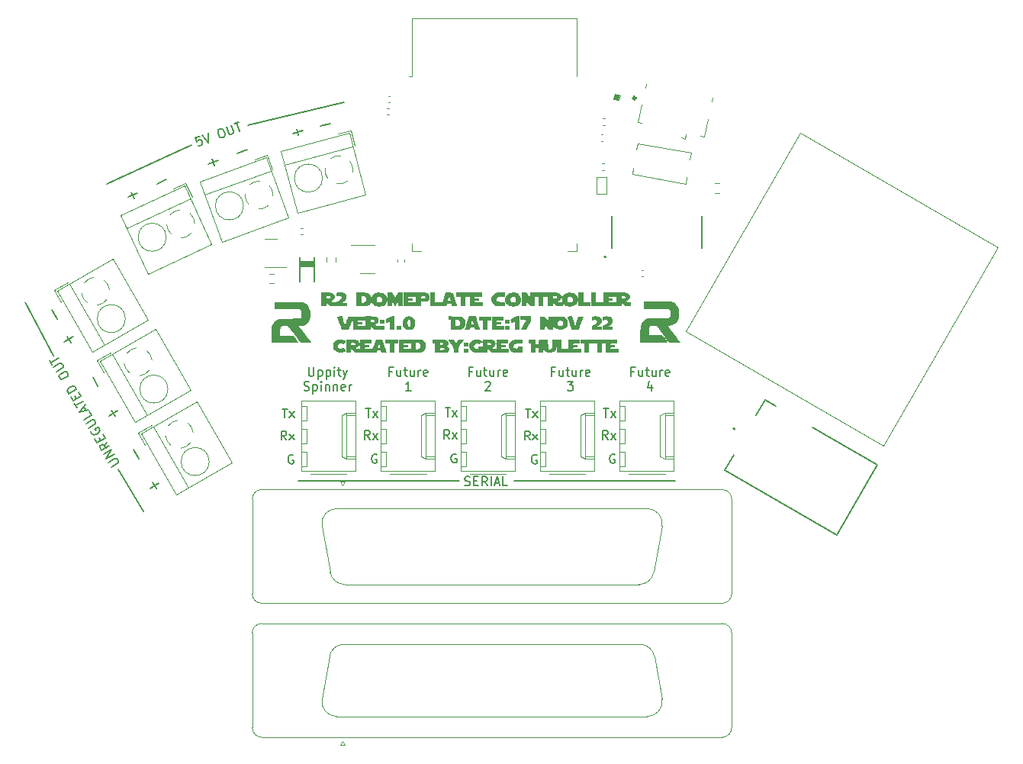
<source format=gbr>
%TF.GenerationSoftware,KiCad,Pcbnew,(6.0.0-0)*%
%TF.CreationDate,2022-12-05T14:38:03-05:00*%
%TF.ProjectId,Dome_Plate_Controller_V1,446f6d65-5f50-46c6-9174-655f436f6e74,rev?*%
%TF.SameCoordinates,Original*%
%TF.FileFunction,Legend,Top*%
%TF.FilePolarity,Positive*%
%FSLAX46Y46*%
G04 Gerber Fmt 4.6, Leading zero omitted, Abs format (unit mm)*
G04 Created by KiCad (PCBNEW (6.0.0-0)) date 2022-12-05 14:38:03*
%MOMM*%
%LPD*%
G01*
G04 APERTURE LIST*
%ADD10C,0.150000*%
%ADD11C,0.120000*%
%ADD12C,0.300000*%
%ADD13C,0.010000*%
%ADD14C,0.127000*%
%ADD15C,0.200000*%
%ADD16C,0.101600*%
%ADD17C,0.103000*%
G04 APERTURE END LIST*
D10*
X96240000Y-126910000D02*
X78350000Y-126910000D01*
X51160000Y-113000000D02*
X48050000Y-107080000D01*
X66530000Y-89660000D02*
X57090000Y-93950000D01*
X102370000Y-126910000D02*
X120210000Y-126950000D01*
X72790000Y-87450000D02*
X83490000Y-84940000D01*
X58400000Y-125690000D02*
X61230000Y-130330000D01*
X95155714Y-122282380D02*
X94822381Y-121806190D01*
X94584286Y-122282380D02*
X94584286Y-121282380D01*
X94965238Y-121282380D01*
X95060476Y-121330000D01*
X95108095Y-121377619D01*
X95155714Y-121472857D01*
X95155714Y-121615714D01*
X95108095Y-121710952D01*
X95060476Y-121758571D01*
X94965238Y-121806190D01*
X94584286Y-121806190D01*
X95489048Y-122282380D02*
X96012857Y-121615714D01*
X95489048Y-121615714D02*
X96012857Y-122282380D01*
X51042426Y-107940842D02*
X51613855Y-108930585D01*
X86315714Y-122312380D02*
X85982381Y-121836190D01*
X85744286Y-122312380D02*
X85744286Y-121312380D01*
X86125238Y-121312380D01*
X86220476Y-121360000D01*
X86268095Y-121407619D01*
X86315714Y-121502857D01*
X86315714Y-121645714D01*
X86268095Y-121740952D01*
X86220476Y-121788571D01*
X86125238Y-121836190D01*
X85744286Y-121836190D01*
X86649048Y-122312380D02*
X87172857Y-121645714D01*
X86649048Y-121645714D02*
X87172857Y-122312380D01*
X106794285Y-114773571D02*
X106460952Y-114773571D01*
X106460952Y-115297380D02*
X106460952Y-114297380D01*
X106937142Y-114297380D01*
X107746666Y-114630714D02*
X107746666Y-115297380D01*
X107318095Y-114630714D02*
X107318095Y-115154523D01*
X107365714Y-115249761D01*
X107460952Y-115297380D01*
X107603809Y-115297380D01*
X107699047Y-115249761D01*
X107746666Y-115202142D01*
X108080000Y-114630714D02*
X108460952Y-114630714D01*
X108222857Y-114297380D02*
X108222857Y-115154523D01*
X108270476Y-115249761D01*
X108365714Y-115297380D01*
X108460952Y-115297380D01*
X109222857Y-114630714D02*
X109222857Y-115297380D01*
X108794285Y-114630714D02*
X108794285Y-115154523D01*
X108841904Y-115249761D01*
X108937142Y-115297380D01*
X109080000Y-115297380D01*
X109175238Y-115249761D01*
X109222857Y-115202142D01*
X109699047Y-115297380D02*
X109699047Y-114630714D01*
X109699047Y-114821190D02*
X109746666Y-114725952D01*
X109794285Y-114678333D01*
X109889523Y-114630714D01*
X109984761Y-114630714D01*
X110699047Y-115249761D02*
X110603809Y-115297380D01*
X110413333Y-115297380D01*
X110318095Y-115249761D01*
X110270476Y-115154523D01*
X110270476Y-114773571D01*
X110318095Y-114678333D01*
X110413333Y-114630714D01*
X110603809Y-114630714D01*
X110699047Y-114678333D01*
X110746666Y-114773571D01*
X110746666Y-114868809D01*
X110270476Y-114964047D01*
X108246666Y-115907380D02*
X108865714Y-115907380D01*
X108532380Y-116288333D01*
X108675238Y-116288333D01*
X108770476Y-116335952D01*
X108818095Y-116383571D01*
X108865714Y-116478809D01*
X108865714Y-116716904D01*
X108818095Y-116812142D01*
X108770476Y-116859761D01*
X108675238Y-116907380D01*
X108389523Y-116907380D01*
X108294285Y-116859761D01*
X108246666Y-116812142D01*
X76579523Y-118922380D02*
X77150952Y-118922380D01*
X76865238Y-119922380D02*
X76865238Y-118922380D01*
X77389047Y-119922380D02*
X77912857Y-119255714D01*
X77389047Y-119255714D02*
X77912857Y-119922380D01*
X96860476Y-127404761D02*
X97003333Y-127452380D01*
X97241428Y-127452380D01*
X97336666Y-127404761D01*
X97384285Y-127357142D01*
X97431904Y-127261904D01*
X97431904Y-127166666D01*
X97384285Y-127071428D01*
X97336666Y-127023809D01*
X97241428Y-126976190D01*
X97050952Y-126928571D01*
X96955714Y-126880952D01*
X96908095Y-126833333D01*
X96860476Y-126738095D01*
X96860476Y-126642857D01*
X96908095Y-126547619D01*
X96955714Y-126500000D01*
X97050952Y-126452380D01*
X97289047Y-126452380D01*
X97431904Y-126500000D01*
X97860476Y-126928571D02*
X98193809Y-126928571D01*
X98336666Y-127452380D02*
X97860476Y-127452380D01*
X97860476Y-126452380D01*
X98336666Y-126452380D01*
X99336666Y-127452380D02*
X99003333Y-126976190D01*
X98765238Y-127452380D02*
X98765238Y-126452380D01*
X99146190Y-126452380D01*
X99241428Y-126500000D01*
X99289047Y-126547619D01*
X99336666Y-126642857D01*
X99336666Y-126785714D01*
X99289047Y-126880952D01*
X99241428Y-126928571D01*
X99146190Y-126976190D01*
X98765238Y-126976190D01*
X99765238Y-127452380D02*
X99765238Y-126452380D01*
X100193809Y-127166666D02*
X100670000Y-127166666D01*
X100098571Y-127452380D02*
X100431904Y-126452380D01*
X100765238Y-127452380D01*
X101574761Y-127452380D02*
X101098571Y-127452380D01*
X101098571Y-126452380D01*
X95917619Y-123970000D02*
X95822381Y-123922380D01*
X95679524Y-123922380D01*
X95536667Y-123970000D01*
X95441429Y-124065238D01*
X95393810Y-124160476D01*
X95346191Y-124350952D01*
X95346191Y-124493809D01*
X95393810Y-124684285D01*
X95441429Y-124779523D01*
X95536667Y-124874761D01*
X95679524Y-124922380D01*
X95774762Y-124922380D01*
X95917619Y-124874761D01*
X95965238Y-124827142D01*
X95965238Y-124493809D01*
X95774762Y-124493809D01*
X77055714Y-122382380D02*
X76722381Y-121906190D01*
X76484286Y-122382380D02*
X76484286Y-121382380D01*
X76865238Y-121382380D01*
X76960476Y-121430000D01*
X77008095Y-121477619D01*
X77055714Y-121572857D01*
X77055714Y-121715714D01*
X77008095Y-121810952D01*
X76960476Y-121858571D01*
X76865238Y-121906190D01*
X76484286Y-121906190D01*
X77389048Y-122382380D02*
X77912857Y-121715714D01*
X77389048Y-121715714D02*
X77912857Y-122382380D01*
X68377462Y-91762560D02*
X69451397Y-91371680D01*
X69044723Y-91925099D02*
X68784136Y-91209142D01*
X104075714Y-122382380D02*
X103742381Y-121906190D01*
X103504286Y-122382380D02*
X103504286Y-121382380D01*
X103885238Y-121382380D01*
X103980476Y-121430000D01*
X104028095Y-121477619D01*
X104075714Y-121572857D01*
X104075714Y-121715714D01*
X104028095Y-121810952D01*
X103980476Y-121858571D01*
X103885238Y-121906190D01*
X103504286Y-121906190D01*
X104409048Y-122382380D02*
X104932857Y-121715714D01*
X104409048Y-121715714D02*
X104932857Y-122382380D01*
X112725714Y-122312380D02*
X112392381Y-121836190D01*
X112154286Y-122312380D02*
X112154286Y-121312380D01*
X112535238Y-121312380D01*
X112630476Y-121360000D01*
X112678095Y-121407619D01*
X112725714Y-121502857D01*
X112725714Y-121645714D01*
X112678095Y-121740952D01*
X112630476Y-121788571D01*
X112535238Y-121836190D01*
X112154286Y-121836190D01*
X113059048Y-122312380D02*
X113582857Y-121645714D01*
X113059048Y-121645714D02*
X113582857Y-122312380D01*
X88804285Y-114773571D02*
X88470952Y-114773571D01*
X88470952Y-115297380D02*
X88470952Y-114297380D01*
X88947142Y-114297380D01*
X89756666Y-114630714D02*
X89756666Y-115297380D01*
X89328095Y-114630714D02*
X89328095Y-115154523D01*
X89375714Y-115249761D01*
X89470952Y-115297380D01*
X89613809Y-115297380D01*
X89709047Y-115249761D01*
X89756666Y-115202142D01*
X90090000Y-114630714D02*
X90470952Y-114630714D01*
X90232857Y-114297380D02*
X90232857Y-115154523D01*
X90280476Y-115249761D01*
X90375714Y-115297380D01*
X90470952Y-115297380D01*
X91232857Y-114630714D02*
X91232857Y-115297380D01*
X90804285Y-114630714D02*
X90804285Y-115154523D01*
X90851904Y-115249761D01*
X90947142Y-115297380D01*
X91090000Y-115297380D01*
X91185238Y-115249761D01*
X91232857Y-115202142D01*
X91709047Y-115297380D02*
X91709047Y-114630714D01*
X91709047Y-114821190D02*
X91756666Y-114725952D01*
X91804285Y-114678333D01*
X91899523Y-114630714D01*
X91994761Y-114630714D01*
X92709047Y-115249761D02*
X92613809Y-115297380D01*
X92423333Y-115297380D01*
X92328095Y-115249761D01*
X92280476Y-115154523D01*
X92280476Y-114773571D01*
X92328095Y-114678333D01*
X92423333Y-114630714D01*
X92613809Y-114630714D01*
X92709047Y-114678333D01*
X92756666Y-114773571D01*
X92756666Y-114868809D01*
X92280476Y-114964047D01*
X90875714Y-116907380D02*
X90304285Y-116907380D01*
X90590000Y-116907380D02*
X90590000Y-115907380D01*
X90494761Y-116050238D01*
X90399523Y-116145476D01*
X90304285Y-116193095D01*
X79534761Y-114297380D02*
X79534761Y-115106904D01*
X79582380Y-115202142D01*
X79630000Y-115249761D01*
X79725238Y-115297380D01*
X79915714Y-115297380D01*
X80010952Y-115249761D01*
X80058571Y-115202142D01*
X80106190Y-115106904D01*
X80106190Y-114297380D01*
X80582380Y-114630714D02*
X80582380Y-115630714D01*
X80582380Y-114678333D02*
X80677619Y-114630714D01*
X80868095Y-114630714D01*
X80963333Y-114678333D01*
X81010952Y-114725952D01*
X81058571Y-114821190D01*
X81058571Y-115106904D01*
X81010952Y-115202142D01*
X80963333Y-115249761D01*
X80868095Y-115297380D01*
X80677619Y-115297380D01*
X80582380Y-115249761D01*
X81487142Y-114630714D02*
X81487142Y-115630714D01*
X81487142Y-114678333D02*
X81582380Y-114630714D01*
X81772857Y-114630714D01*
X81868095Y-114678333D01*
X81915714Y-114725952D01*
X81963333Y-114821190D01*
X81963333Y-115106904D01*
X81915714Y-115202142D01*
X81868095Y-115249761D01*
X81772857Y-115297380D01*
X81582380Y-115297380D01*
X81487142Y-115249761D01*
X82391904Y-115297380D02*
X82391904Y-114630714D01*
X82391904Y-114297380D02*
X82344285Y-114345000D01*
X82391904Y-114392619D01*
X82439523Y-114345000D01*
X82391904Y-114297380D01*
X82391904Y-114392619D01*
X82725238Y-114630714D02*
X83106190Y-114630714D01*
X82868095Y-114297380D02*
X82868095Y-115154523D01*
X82915714Y-115249761D01*
X83010952Y-115297380D01*
X83106190Y-115297380D01*
X83344285Y-114630714D02*
X83582380Y-115297380D01*
X83820476Y-114630714D02*
X83582380Y-115297380D01*
X83487142Y-115535476D01*
X83439523Y-115583095D01*
X83344285Y-115630714D01*
X79010952Y-116859761D02*
X79153809Y-116907380D01*
X79391904Y-116907380D01*
X79487142Y-116859761D01*
X79534761Y-116812142D01*
X79582380Y-116716904D01*
X79582380Y-116621666D01*
X79534761Y-116526428D01*
X79487142Y-116478809D01*
X79391904Y-116431190D01*
X79201428Y-116383571D01*
X79106190Y-116335952D01*
X79058571Y-116288333D01*
X79010952Y-116193095D01*
X79010952Y-116097857D01*
X79058571Y-116002619D01*
X79106190Y-115955000D01*
X79201428Y-115907380D01*
X79439523Y-115907380D01*
X79582380Y-115955000D01*
X80010952Y-116240714D02*
X80010952Y-117240714D01*
X80010952Y-116288333D02*
X80106190Y-116240714D01*
X80296666Y-116240714D01*
X80391904Y-116288333D01*
X80439523Y-116335952D01*
X80487142Y-116431190D01*
X80487142Y-116716904D01*
X80439523Y-116812142D01*
X80391904Y-116859761D01*
X80296666Y-116907380D01*
X80106190Y-116907380D01*
X80010952Y-116859761D01*
X80915714Y-116907380D02*
X80915714Y-116240714D01*
X80915714Y-115907380D02*
X80868095Y-115955000D01*
X80915714Y-116002619D01*
X80963333Y-115955000D01*
X80915714Y-115907380D01*
X80915714Y-116002619D01*
X81391904Y-116240714D02*
X81391904Y-116907380D01*
X81391904Y-116335952D02*
X81439523Y-116288333D01*
X81534761Y-116240714D01*
X81677619Y-116240714D01*
X81772857Y-116288333D01*
X81820476Y-116383571D01*
X81820476Y-116907380D01*
X82296666Y-116240714D02*
X82296666Y-116907380D01*
X82296666Y-116335952D02*
X82344285Y-116288333D01*
X82439523Y-116240714D01*
X82582380Y-116240714D01*
X82677619Y-116288333D01*
X82725238Y-116383571D01*
X82725238Y-116907380D01*
X83582380Y-116859761D02*
X83487142Y-116907380D01*
X83296666Y-116907380D01*
X83201428Y-116859761D01*
X83153809Y-116764523D01*
X83153809Y-116383571D01*
X83201428Y-116288333D01*
X83296666Y-116240714D01*
X83487142Y-116240714D01*
X83582380Y-116288333D01*
X83630000Y-116383571D01*
X83630000Y-116478809D01*
X83153809Y-116574047D01*
X84058571Y-116907380D02*
X84058571Y-116240714D01*
X84058571Y-116431190D02*
X84106190Y-116335952D01*
X84153809Y-116288333D01*
X84249047Y-116240714D01*
X84344285Y-116240714D01*
X97644285Y-114773571D02*
X97310952Y-114773571D01*
X97310952Y-115297380D02*
X97310952Y-114297380D01*
X97787142Y-114297380D01*
X98596666Y-114630714D02*
X98596666Y-115297380D01*
X98168095Y-114630714D02*
X98168095Y-115154523D01*
X98215714Y-115249761D01*
X98310952Y-115297380D01*
X98453809Y-115297380D01*
X98549047Y-115249761D01*
X98596666Y-115202142D01*
X98930000Y-114630714D02*
X99310952Y-114630714D01*
X99072857Y-114297380D02*
X99072857Y-115154523D01*
X99120476Y-115249761D01*
X99215714Y-115297380D01*
X99310952Y-115297380D01*
X100072857Y-114630714D02*
X100072857Y-115297380D01*
X99644285Y-114630714D02*
X99644285Y-115154523D01*
X99691904Y-115249761D01*
X99787142Y-115297380D01*
X99930000Y-115297380D01*
X100025238Y-115249761D01*
X100072857Y-115202142D01*
X100549047Y-115297380D02*
X100549047Y-114630714D01*
X100549047Y-114821190D02*
X100596666Y-114725952D01*
X100644285Y-114678333D01*
X100739523Y-114630714D01*
X100834761Y-114630714D01*
X101549047Y-115249761D02*
X101453809Y-115297380D01*
X101263333Y-115297380D01*
X101168095Y-115249761D01*
X101120476Y-115154523D01*
X101120476Y-114773571D01*
X101168095Y-114678333D01*
X101263333Y-114630714D01*
X101453809Y-114630714D01*
X101549047Y-114678333D01*
X101596666Y-114773571D01*
X101596666Y-114868809D01*
X101120476Y-114964047D01*
X99144285Y-116002619D02*
X99191904Y-115955000D01*
X99287142Y-115907380D01*
X99525238Y-115907380D01*
X99620476Y-115955000D01*
X99668095Y-116002619D01*
X99715714Y-116097857D01*
X99715714Y-116193095D01*
X99668095Y-116335952D01*
X99096666Y-116907380D01*
X99715714Y-116907380D01*
X85839523Y-118852380D02*
X86410952Y-118852380D01*
X86125238Y-119852380D02*
X86125238Y-118852380D01*
X86649047Y-119852380D02*
X87172857Y-119185714D01*
X86649047Y-119185714D02*
X87172857Y-119852380D01*
X78863470Y-88083108D02*
X77759555Y-88378901D01*
X78212915Y-87863033D02*
X78410110Y-88598977D01*
X57596700Y-125379790D02*
X58297768Y-124975028D01*
X58356437Y-124886170D01*
X58373867Y-124821121D01*
X58367487Y-124714833D01*
X58272249Y-124549876D01*
X58183391Y-124491207D01*
X58118342Y-124473777D01*
X58012054Y-124480157D01*
X57310986Y-124884919D01*
X57938916Y-123972526D02*
X57072890Y-124472526D01*
X57653201Y-123477654D01*
X56787176Y-123977654D01*
X57129392Y-122570389D02*
X56883666Y-123097160D01*
X57415106Y-123065261D02*
X56549081Y-123565261D01*
X56358605Y-123235346D01*
X56352225Y-123129058D01*
X56369655Y-123064010D01*
X56428324Y-122975151D01*
X56552042Y-122903723D01*
X56658330Y-122897343D01*
X56723379Y-122914773D01*
X56812237Y-122973442D01*
X57002713Y-123303356D01*
X56461474Y-122461140D02*
X56294807Y-122172465D01*
X56677011Y-121786842D02*
X56915106Y-122199236D01*
X56049081Y-122699236D01*
X55810986Y-122286842D01*
X55376034Y-121438247D02*
X55382414Y-121544535D01*
X55453843Y-121668253D01*
X55566511Y-121768161D01*
X55696608Y-121803021D01*
X55802896Y-121796641D01*
X55991663Y-121742642D01*
X56115381Y-121671214D01*
X56256529Y-121534736D01*
X56315198Y-121445878D01*
X56350057Y-121315780D01*
X56319868Y-121168253D01*
X56272249Y-121085774D01*
X56159581Y-120985866D01*
X56094532Y-120968436D01*
X55805857Y-121135103D01*
X55901095Y-121300060D01*
X55096700Y-121049663D02*
X55797768Y-120644901D01*
X55856437Y-120556043D01*
X55873867Y-120490994D01*
X55867487Y-120384706D01*
X55772249Y-120219749D01*
X55683391Y-120161080D01*
X55618342Y-120143650D01*
X55512054Y-120150030D01*
X54810986Y-120554792D01*
X55200821Y-119230006D02*
X55438916Y-119642399D01*
X54572890Y-120142399D01*
X54810528Y-119125427D02*
X54572432Y-118713034D01*
X55105582Y-119065048D02*
X54072890Y-119276373D01*
X54772249Y-118487698D01*
X53810986Y-118822741D02*
X53525271Y-118327869D01*
X54534154Y-118075305D02*
X53668128Y-118575305D01*
X53770998Y-117801099D02*
X53604331Y-117512424D01*
X53986535Y-117126801D02*
X54224630Y-117539194D01*
X53358605Y-118039194D01*
X53120509Y-117626801D01*
X53772249Y-116755647D02*
X52906224Y-117255647D01*
X52787176Y-117049451D01*
X52756987Y-116901923D01*
X52791846Y-116771826D01*
X52850515Y-116682967D01*
X52991663Y-116546490D01*
X53115381Y-116475061D01*
X53304148Y-116421063D01*
X53410436Y-116414683D01*
X53540534Y-116449542D01*
X53653201Y-116549451D01*
X53772249Y-116755647D01*
X51930033Y-115564836D02*
X51834795Y-115399879D01*
X51828415Y-115293590D01*
X51863275Y-115163493D01*
X52004423Y-115027015D01*
X52293098Y-114860349D01*
X52481865Y-114806350D01*
X52611962Y-114841209D01*
X52700821Y-114899879D01*
X52796059Y-115064836D01*
X52802438Y-115171124D01*
X52767579Y-115301222D01*
X52626431Y-115437699D01*
X52337756Y-115604366D01*
X52148989Y-115658364D01*
X52018892Y-115623505D01*
X51930033Y-115564836D01*
X51501462Y-114822528D02*
X52202530Y-114417766D01*
X52261199Y-114328908D01*
X52278629Y-114263859D01*
X52272249Y-114157571D01*
X52177011Y-113992614D01*
X52088153Y-113933945D01*
X52023104Y-113916515D01*
X51916816Y-113922895D01*
X51215747Y-114327657D01*
X51049081Y-114038981D02*
X50763367Y-113544110D01*
X51772249Y-113291546D02*
X50906224Y-113791546D01*
X87077619Y-124000000D02*
X86982381Y-123952380D01*
X86839524Y-123952380D01*
X86696667Y-124000000D01*
X86601429Y-124095238D01*
X86553810Y-124190476D01*
X86506191Y-124380952D01*
X86506191Y-124523809D01*
X86553810Y-124714285D01*
X86601429Y-124809523D01*
X86696667Y-124904761D01*
X86839524Y-124952380D01*
X86934762Y-124952380D01*
X87077619Y-124904761D01*
X87125238Y-124857142D01*
X87125238Y-124523809D01*
X86934762Y-124523809D01*
X81953470Y-87273108D02*
X80849555Y-87568901D01*
X72692537Y-90177439D02*
X71618602Y-90568319D01*
X63767703Y-93503767D02*
X62731922Y-93986759D01*
X113487619Y-124000000D02*
X113392381Y-123952380D01*
X113249524Y-123952380D01*
X113106667Y-124000000D01*
X113011429Y-124095238D01*
X112963810Y-124190476D01*
X112916191Y-124380952D01*
X112916191Y-124523809D01*
X112963810Y-124714285D01*
X113011429Y-124809523D01*
X113106667Y-124904761D01*
X113249524Y-124952380D01*
X113344762Y-124952380D01*
X113487619Y-124904761D01*
X113535238Y-124857142D01*
X113535238Y-124523809D01*
X113344762Y-124523809D01*
X104837619Y-124070000D02*
X104742381Y-124022380D01*
X104599524Y-124022380D01*
X104456667Y-124070000D01*
X104361429Y-124165238D01*
X104313810Y-124260476D01*
X104266191Y-124450952D01*
X104266191Y-124593809D01*
X104313810Y-124784285D01*
X104361429Y-124879523D01*
X104456667Y-124974761D01*
X104599524Y-125022380D01*
X104694762Y-125022380D01*
X104837619Y-124974761D01*
X104885238Y-124927142D01*
X104885238Y-124593809D01*
X104694762Y-124593809D01*
X112249523Y-118852380D02*
X112820952Y-118852380D01*
X112535238Y-119852380D02*
X112535238Y-118852380D01*
X113059047Y-119852380D02*
X113582857Y-119185714D01*
X113059047Y-119185714D02*
X113582857Y-119852380D01*
X52420842Y-111527573D02*
X53410585Y-110956144D01*
X53106190Y-111571773D02*
X52725238Y-110911944D01*
X58329157Y-119142426D02*
X57339414Y-119713855D01*
X57643809Y-119098226D02*
X58024761Y-119758055D01*
X67428318Y-88694446D02*
X66980845Y-88857313D01*
X67098964Y-89321072D01*
X67127425Y-89260038D01*
X67200633Y-89182718D01*
X67424369Y-89101284D01*
X67530150Y-89113458D01*
X67591184Y-89141919D01*
X67668505Y-89215127D01*
X67749938Y-89438863D01*
X67737764Y-89544644D01*
X67709304Y-89605678D01*
X67636096Y-89682999D01*
X67412360Y-89764432D01*
X67306578Y-89752258D01*
X67245544Y-89723798D01*
X67741548Y-88580439D02*
X68396799Y-89406125D01*
X68368010Y-88352426D01*
X69576186Y-87912686D02*
X69755175Y-87847539D01*
X69860957Y-87859713D01*
X69983025Y-87916634D01*
X70092918Y-88079337D01*
X70206925Y-88392568D01*
X70227325Y-88587843D01*
X70170403Y-88709911D01*
X70097196Y-88787232D01*
X69918207Y-88852379D01*
X69812425Y-88840205D01*
X69690357Y-88783283D01*
X69580463Y-88620581D01*
X69466457Y-88307350D01*
X69446057Y-88112074D01*
X69502978Y-87990006D01*
X69576186Y-87912686D01*
X70381637Y-87619526D02*
X70658511Y-88380229D01*
X70735831Y-88453437D01*
X70796865Y-88481898D01*
X70902646Y-88494072D01*
X71081635Y-88428925D01*
X71154843Y-88351604D01*
X71183304Y-88290570D01*
X71195478Y-88184789D01*
X70918604Y-87424086D01*
X71231835Y-87310079D02*
X71768802Y-87114639D01*
X71842339Y-88152052D02*
X71500319Y-87212359D01*
X103599523Y-118922380D02*
X104170952Y-118922380D01*
X103885238Y-119922380D02*
X103885238Y-118922380D01*
X104409047Y-119922380D02*
X104932857Y-119255714D01*
X104409047Y-119255714D02*
X104932857Y-119922380D01*
X115624285Y-114773571D02*
X115290952Y-114773571D01*
X115290952Y-115297380D02*
X115290952Y-114297380D01*
X115767142Y-114297380D01*
X116576666Y-114630714D02*
X116576666Y-115297380D01*
X116148095Y-114630714D02*
X116148095Y-115154523D01*
X116195714Y-115249761D01*
X116290952Y-115297380D01*
X116433809Y-115297380D01*
X116529047Y-115249761D01*
X116576666Y-115202142D01*
X116910000Y-114630714D02*
X117290952Y-114630714D01*
X117052857Y-114297380D02*
X117052857Y-115154523D01*
X117100476Y-115249761D01*
X117195714Y-115297380D01*
X117290952Y-115297380D01*
X118052857Y-114630714D02*
X118052857Y-115297380D01*
X117624285Y-114630714D02*
X117624285Y-115154523D01*
X117671904Y-115249761D01*
X117767142Y-115297380D01*
X117910000Y-115297380D01*
X118005238Y-115249761D01*
X118052857Y-115202142D01*
X118529047Y-115297380D02*
X118529047Y-114630714D01*
X118529047Y-114821190D02*
X118576666Y-114725952D01*
X118624285Y-114678333D01*
X118719523Y-114630714D01*
X118814761Y-114630714D01*
X119529047Y-115249761D02*
X119433809Y-115297380D01*
X119243333Y-115297380D01*
X119148095Y-115249761D01*
X119100476Y-115154523D01*
X119100476Y-114773571D01*
X119148095Y-114678333D01*
X119243333Y-114630714D01*
X119433809Y-114630714D01*
X119529047Y-114678333D01*
X119576666Y-114773571D01*
X119576666Y-114868809D01*
X119100476Y-114964047D01*
X117600476Y-116240714D02*
X117600476Y-116907380D01*
X117362380Y-115859761D02*
X117124285Y-116574047D01*
X117743333Y-116574047D01*
X77817619Y-124070000D02*
X77722381Y-124022380D01*
X77579524Y-124022380D01*
X77436667Y-124070000D01*
X77341429Y-124165238D01*
X77293810Y-124260476D01*
X77246191Y-124450952D01*
X77246191Y-124593809D01*
X77293810Y-124784285D01*
X77341429Y-124879523D01*
X77436667Y-124974761D01*
X77579524Y-125022380D01*
X77674762Y-125022380D01*
X77817619Y-124974761D01*
X77865238Y-124927142D01*
X77865238Y-124593809D01*
X77674762Y-124593809D01*
X59472296Y-95466232D02*
X60508077Y-94983240D01*
X60151184Y-95569996D02*
X59829189Y-94879476D01*
X55562426Y-115390842D02*
X56133855Y-116380585D01*
X62919157Y-127172426D02*
X61929414Y-127743855D01*
X62233809Y-127128226D02*
X62614761Y-127788055D01*
X94679523Y-118822380D02*
X95250952Y-118822380D01*
X94965238Y-119822380D02*
X94965238Y-118822380D01*
X95489047Y-119822380D02*
X96012857Y-119155714D01*
X95489047Y-119155714D02*
X96012857Y-119822380D01*
X60102426Y-123450842D02*
X60673855Y-124440585D01*
D11*
%TO.C,U3*%
X86040000Y-100750000D02*
X84240000Y-100750000D01*
X86040000Y-103870000D02*
X85240000Y-103870000D01*
X86040000Y-103870000D02*
X86840000Y-103870000D01*
X86040000Y-100750000D02*
X86840000Y-100750000D01*
%TO.C,C3*%
X88547836Y-84950000D02*
X88332164Y-84950000D01*
X88547836Y-84230000D02*
X88332164Y-84230000D01*
%TO.C,L1*%
D12*
X115834078Y-84450830D02*
G75*
G03*
X115834078Y-84450830I-150000J0D01*
G01*
D13*
X113533159Y-83978021D02*
X114112715Y-84133312D01*
X114112715Y-84133312D02*
X113957423Y-84712868D01*
X113957423Y-84712868D02*
X113377868Y-84557577D01*
X113377868Y-84557577D02*
X113533159Y-83978021D01*
G36*
X114112715Y-84133312D02*
G01*
X113957423Y-84712868D01*
X113377868Y-84557577D01*
X113533159Y-83978021D01*
X114112715Y-84133312D01*
G37*
X114112715Y-84133312D02*
X113957423Y-84712868D01*
X113377868Y-84557577D01*
X113533159Y-83978021D01*
X114112715Y-84133312D01*
D14*
%TO.C,J14*%
X138168396Y-132937114D02*
X125697630Y-125737114D01*
X130197630Y-117942886D02*
X131392745Y-118632886D01*
X130197630Y-117942886D02*
X129207630Y-119657616D01*
X125697630Y-125737114D02*
X126687630Y-124022384D01*
X135411103Y-120952886D02*
X142668396Y-125142886D01*
X142668396Y-125142886D02*
X138168396Y-132937114D01*
D15*
X126835194Y-121140000D02*
G75*
G03*
X126835194Y-121140000I-100000J0D01*
G01*
D11*
%TO.C,R1*%
X125097258Y-93917500D02*
X124622742Y-93917500D01*
X125097258Y-94962500D02*
X124622742Y-94962500D01*
D14*
%TO.C,U4*%
X123175000Y-101115000D02*
X123175000Y-97565000D01*
X123175000Y-101115000D02*
X123175000Y-97565000D01*
X113175000Y-101115000D02*
X113175000Y-97565000D01*
X113175000Y-101115000D02*
X113175000Y-97565000D01*
D15*
X112520000Y-102090000D02*
G75*
G03*
X112520000Y-102090000I-100000J0D01*
G01*
D11*
%TO.C,C5*%
X78632164Y-99600000D02*
X78847836Y-99600000D01*
X78632164Y-98880000D02*
X78847836Y-98880000D01*
%TO.C,J5*%
X57786448Y-102299385D02*
X51620347Y-105859385D01*
X51292501Y-105771539D02*
X52042501Y-107070577D01*
X51620347Y-105859385D02*
X55530347Y-112631704D01*
X57786448Y-102299385D02*
X61696448Y-109071704D01*
X61696448Y-109071704D02*
X55530347Y-112631704D01*
X52799385Y-104901539D02*
X51292501Y-105771539D01*
X52971347Y-105079385D02*
X56881347Y-111851704D01*
X56059457Y-107444149D02*
G75*
G03*
X57112375Y-106836372I-189459J1544151D01*
G01*
X57414149Y-105710543D02*
G75*
G03*
X56806372Y-104657625I-1544151J-189459D01*
G01*
X54325852Y-106089457D02*
G75*
G03*
X54536409Y-106701139I1544137J189453D01*
G01*
X55680543Y-104355851D02*
G75*
G03*
X54627625Y-104963628I189459J-1544151D01*
G01*
X54523331Y-106677500D02*
G75*
G03*
X54934178Y-107141878I1346667J777498D01*
G01*
X59175000Y-108931089D02*
G75*
G03*
X59175000Y-108931089I-1555000J0D01*
G01*
%TO.C,J6*%
X62516448Y-110109385D02*
X56350347Y-113669385D01*
X56022501Y-113581539D02*
X56772501Y-114880577D01*
X62516448Y-110109385D02*
X66426448Y-116881704D01*
X57529385Y-112711539D02*
X56022501Y-113581539D01*
X57701347Y-112889385D02*
X61611347Y-119661704D01*
X56350347Y-113669385D02*
X60260347Y-120441704D01*
X66426448Y-116881704D02*
X60260347Y-120441704D01*
X59253331Y-114487500D02*
G75*
G03*
X59664178Y-114951878I1346667J777498D01*
G01*
X59055852Y-113899457D02*
G75*
G03*
X59266409Y-114511139I1544137J189453D01*
G01*
X62144149Y-113520543D02*
G75*
G03*
X61536372Y-112467625I-1544151J-189459D01*
G01*
X60789457Y-115254149D02*
G75*
G03*
X61842375Y-114646372I-189459J1544151D01*
G01*
X60410543Y-112165851D02*
G75*
G03*
X59357625Y-112773628I189459J-1544151D01*
G01*
X63905000Y-116741089D02*
G75*
G03*
X63905000Y-116741089I-1555000J0D01*
G01*
%TO.C,C7*%
X90140000Y-102402164D02*
X90140000Y-102617836D01*
X89420000Y-102402164D02*
X89420000Y-102617836D01*
%TO.C,J9*%
X84639173Y-89722435D02*
X84188828Y-88041724D01*
X78308374Y-97237019D02*
X76465582Y-90359627D01*
X85861914Y-95213054D02*
X84019122Y-88335662D01*
X84019122Y-88335662D02*
X76465582Y-90359627D01*
X84188828Y-88041724D02*
X82739939Y-88429952D01*
X84422880Y-89842507D02*
X76869340Y-91866472D01*
X85861914Y-95213054D02*
X78308374Y-97237019D01*
X82663346Y-93970569D02*
G75*
G03*
X83837691Y-93656016I216652J1540572D01*
G01*
X82477536Y-90927985D02*
G75*
G03*
X81922646Y-91204643I402462J-1502012D01*
G01*
X84420569Y-92646654D02*
G75*
G03*
X84106016Y-91472309I-1540572J216652D01*
G01*
X81339431Y-92213346D02*
G75*
G03*
X81653984Y-93387691I1540572J-216652D01*
G01*
X83096654Y-90889432D02*
G75*
G03*
X82451318Y-90934500I-216655J-1540556D01*
G01*
X81054260Y-93335867D02*
G75*
G03*
X81054260Y-93335867I-1555000J0D01*
G01*
%TO.C,U6*%
X143343523Y-123033523D02*
X121346477Y-110333523D01*
X134046477Y-88336477D02*
X156043523Y-101036477D01*
X156043523Y-101036477D02*
X143343523Y-123033523D01*
X134046477Y-88336477D02*
X121346477Y-110333523D01*
%TO.C,C4*%
X111962164Y-89210000D02*
X112177836Y-89210000D01*
X111962164Y-88490000D02*
X112177836Y-88490000D01*
%TO.C,SW1*%
X121355539Y-93949358D02*
X115446692Y-92907469D01*
X116054461Y-89460642D02*
X121963308Y-90502531D01*
X115576929Y-92168863D02*
X115446692Y-92907469D01*
X121355539Y-93949358D02*
X121485775Y-93210752D01*
X121963308Y-90502531D02*
X121833071Y-91241137D01*
X115924225Y-90199248D02*
X116054461Y-89460642D01*
%TO.C,C6*%
X116657836Y-104240000D02*
X116442164Y-104240000D01*
X116657836Y-103520000D02*
X116442164Y-103520000D01*
%TO.C,J4*%
X79300000Y-122730000D02*
X79300000Y-121130000D01*
X79300000Y-120190000D02*
X79300000Y-118590000D01*
X78700000Y-118010000D02*
X78700000Y-125850000D01*
X79300000Y-123670000D02*
X78700000Y-123670000D01*
X84720000Y-124220000D02*
X83720000Y-124220000D01*
X78700000Y-122730000D02*
X79300000Y-122730000D01*
X84720000Y-125850000D02*
X84720000Y-118010000D01*
X78700000Y-125270000D02*
X79300000Y-125270000D01*
X79730000Y-126140000D02*
X83730000Y-126140000D01*
X79300000Y-118590000D02*
X78700000Y-118590000D01*
X84720000Y-119640000D02*
X83720000Y-119640000D01*
X84720000Y-124470000D02*
X83720000Y-124470000D01*
X83720000Y-124470000D02*
X83190000Y-124220000D01*
X83720000Y-119390000D02*
X84720000Y-119390000D01*
X83720000Y-124470000D02*
X83720000Y-119390000D01*
X83190000Y-119640000D02*
X83720000Y-119390000D01*
X78700000Y-125850000D02*
X84720000Y-125850000D01*
X79300000Y-121130000D02*
X78700000Y-121130000D01*
X83190000Y-124220000D02*
X83190000Y-119640000D01*
X84720000Y-118010000D02*
X78700000Y-118010000D01*
X79300000Y-125270000D02*
X79300000Y-123670000D01*
X78700000Y-120190000D02*
X79300000Y-120190000D01*
%TO.C,J13*%
X81003530Y-151111082D02*
X81832267Y-146411082D01*
X74320000Y-142739338D02*
X125420000Y-142739338D01*
X126480000Y-143799338D02*
X126480000Y-154299338D01*
X118736470Y-151111082D02*
X117907733Y-146411082D01*
X125420000Y-155359338D02*
X74320000Y-155359338D01*
X116272952Y-145039338D02*
X83467048Y-145039338D01*
X83500000Y-156253676D02*
X83000000Y-156253676D01*
X117101689Y-153059338D02*
X82638311Y-153059338D01*
X83000000Y-156253676D02*
X83250000Y-155820663D01*
X73260000Y-154299338D02*
X73260000Y-143799338D01*
X83250000Y-155820663D02*
X83500000Y-156253676D01*
X125420000Y-155359338D02*
G75*
G03*
X126480000Y-154299338I-1J1060001D01*
G01*
X81003530Y-151111082D02*
G75*
G03*
X82638311Y-153059338I1634781J-288256D01*
G01*
X117907733Y-146411082D02*
G75*
G03*
X116272952Y-145039338I-1634780J-288255D01*
G01*
X83467048Y-145039338D02*
G75*
G03*
X81832267Y-146411082I-1J-1659999D01*
G01*
X117101689Y-153059338D02*
G75*
G03*
X118736470Y-151111082I1J1659999D01*
G01*
X74320000Y-142739338D02*
G75*
G03*
X73260000Y-143799338I1J-1060001D01*
G01*
X73260000Y-154299338D02*
G75*
G03*
X74320000Y-155359338I1060001J1D01*
G01*
X126480000Y-143799338D02*
G75*
G03*
X125420000Y-142739338I-1060001J-1D01*
G01*
%TO.C,G\u002A\u002A\u002A*%
G36*
X77529363Y-107084006D02*
G01*
X77760955Y-107084168D01*
X77962252Y-107084492D01*
X78135613Y-107085025D01*
X78283396Y-107085812D01*
X78407958Y-107086899D01*
X78511658Y-107088330D01*
X78596853Y-107090153D01*
X78665902Y-107092411D01*
X78721162Y-107095150D01*
X78764992Y-107098417D01*
X78799750Y-107102256D01*
X78827792Y-107106712D01*
X78851479Y-107111833D01*
X78862867Y-107114775D01*
X79053574Y-107183426D01*
X79223438Y-107279840D01*
X79371211Y-107402766D01*
X79495644Y-107550951D01*
X79595487Y-107723144D01*
X79669492Y-107918094D01*
X79671508Y-107925000D01*
X79685232Y-107975364D01*
X79695432Y-108022483D01*
X79702605Y-108072736D01*
X79707249Y-108132507D01*
X79709859Y-108208178D01*
X79710933Y-108306130D01*
X79710970Y-108431861D01*
X79709968Y-108570343D01*
X79707403Y-108679681D01*
X79702902Y-108765722D01*
X79696097Y-108834309D01*
X79686618Y-108891291D01*
X79680076Y-108920022D01*
X79618393Y-109097454D01*
X79527576Y-109258769D01*
X79410724Y-109401514D01*
X79270935Y-109523236D01*
X79111308Y-109621482D01*
X78934941Y-109693800D01*
X78744935Y-109737738D01*
X78632554Y-109749097D01*
X78559736Y-109753597D01*
X78502146Y-109758085D01*
X78467240Y-109761924D01*
X78460248Y-109763766D01*
X78470580Y-109778209D01*
X78500364Y-109818067D01*
X78547783Y-109880947D01*
X78611018Y-109964453D01*
X78688253Y-110066192D01*
X78777670Y-110183770D01*
X78877451Y-110314794D01*
X78985779Y-110456868D01*
X79100836Y-110607600D01*
X79112865Y-110623350D01*
X79230228Y-110777011D01*
X79342427Y-110923932D01*
X79447458Y-111061485D01*
X79543318Y-111187046D01*
X79628001Y-111297989D01*
X79699504Y-111391687D01*
X79755823Y-111465515D01*
X79794952Y-111516847D01*
X79814888Y-111543058D01*
X79815150Y-111543404D01*
X79864817Y-111609049D01*
X78623484Y-111609049D01*
X77918040Y-110679918D01*
X77212595Y-109750786D01*
X76895519Y-109756520D01*
X76766325Y-109759708D01*
X76667025Y-109764908D01*
X76592510Y-109773484D01*
X76537671Y-109786800D01*
X76497398Y-109806222D01*
X76466582Y-109833112D01*
X76440112Y-109868837D01*
X76433160Y-109879989D01*
X76407369Y-109931069D01*
X76387957Y-109991660D01*
X76374339Y-110066617D01*
X76365929Y-110160801D01*
X76362141Y-110279068D01*
X76362389Y-110426277D01*
X76362917Y-110462460D01*
X76368381Y-110795058D01*
X77115773Y-110803811D01*
X77863165Y-110812563D01*
X78161706Y-111204142D01*
X78238926Y-111305654D01*
X78308729Y-111397852D01*
X78368426Y-111477151D01*
X78415329Y-111539962D01*
X78446748Y-111582699D01*
X78459995Y-111601776D01*
X78460248Y-111602385D01*
X78443161Y-111603377D01*
X78393567Y-111604325D01*
X78313971Y-111605217D01*
X78206879Y-111606043D01*
X78074793Y-111606791D01*
X77920219Y-111607452D01*
X77745661Y-111608013D01*
X77553622Y-111608464D01*
X77346608Y-111608794D01*
X77127123Y-111608992D01*
X76927230Y-111609049D01*
X75394212Y-111609049D01*
X75401137Y-110755672D01*
X75402840Y-110550889D01*
X75404603Y-110377610D01*
X75406803Y-110232328D01*
X75409819Y-110111537D01*
X75414028Y-110011732D01*
X75419807Y-109929406D01*
X75427535Y-109861053D01*
X75437590Y-109803168D01*
X75450348Y-109752245D01*
X75466188Y-109704778D01*
X75485488Y-109657261D01*
X75508625Y-109606188D01*
X75529850Y-109561052D01*
X75626091Y-109391657D01*
X75742938Y-109249439D01*
X75882256Y-109132833D01*
X76045914Y-109040277D01*
X76235154Y-108970389D01*
X76259201Y-108964445D01*
X76289578Y-108959271D01*
X76328974Y-108954782D01*
X76380078Y-108950893D01*
X76445581Y-108947518D01*
X76528170Y-108944572D01*
X76630537Y-108941969D01*
X76755371Y-108939625D01*
X76905360Y-108937453D01*
X77083195Y-108935368D01*
X77291565Y-108933284D01*
X77448070Y-108931860D01*
X77673127Y-108929844D01*
X77865820Y-108928008D01*
X78028793Y-108926248D01*
X78164690Y-108924458D01*
X78276156Y-108922534D01*
X78365836Y-108920372D01*
X78436375Y-108917868D01*
X78490416Y-108914916D01*
X78530605Y-108911413D01*
X78559585Y-108907254D01*
X78580002Y-108902335D01*
X78594501Y-108896550D01*
X78605724Y-108889796D01*
X78611082Y-108885913D01*
X78651876Y-108853901D01*
X78682300Y-108823553D01*
X78703984Y-108789143D01*
X78718557Y-108744945D01*
X78727647Y-108685231D01*
X78732883Y-108604276D01*
X78735895Y-108496353D01*
X78736852Y-108443756D01*
X78738519Y-108331675D01*
X78738771Y-108248464D01*
X78737055Y-108187990D01*
X78732819Y-108144122D01*
X78725508Y-108110731D01*
X78714572Y-108081685D01*
X78701841Y-108055499D01*
X78655411Y-107988119D01*
X78590719Y-107941094D01*
X78583452Y-107937340D01*
X78505346Y-107897953D01*
X77139275Y-107897960D01*
X75773205Y-107897967D01*
X75781155Y-107083963D01*
X77265119Y-107083963D01*
X77529363Y-107084006D01*
G37*
%TO.C,R4*%
X112146359Y-86730000D02*
X112453641Y-86730000D01*
X112146359Y-87490000D02*
X112453641Y-87490000D01*
D14*
%TO.C,CR1*%
X78528500Y-104798500D02*
X78528500Y-102098500D01*
X80128500Y-102098500D02*
X80128500Y-104798500D01*
D13*
X80128500Y-102547056D02*
X80128500Y-103148500D01*
X80128500Y-103148500D02*
X78527216Y-103148500D01*
X78527216Y-103148500D02*
X78527216Y-102547056D01*
X78527216Y-102547056D02*
X80128500Y-102547056D01*
G36*
X80128500Y-103148500D02*
G01*
X78527216Y-103148500D01*
X78527216Y-102547056D01*
X80128500Y-102547056D01*
X80128500Y-103148500D01*
G37*
X80128500Y-103148500D02*
X78527216Y-103148500D01*
X78527216Y-102547056D01*
X80128500Y-102547056D01*
X80128500Y-103148500D01*
D11*
%TO.C,U2*%
X75330000Y-103240000D02*
X77005000Y-103240000D01*
X75330000Y-100120000D02*
X74680000Y-100120000D01*
X75330000Y-103240000D02*
X74680000Y-103240000D01*
X75330000Y-100120000D02*
X75980000Y-100120000D01*
%TO.C,G\u002A\u002A\u002A*%
G36*
X118469363Y-107034006D02*
G01*
X118700955Y-107034168D01*
X118902252Y-107034492D01*
X119075613Y-107035025D01*
X119223396Y-107035812D01*
X119347958Y-107036899D01*
X119451658Y-107038330D01*
X119536853Y-107040153D01*
X119605902Y-107042411D01*
X119661162Y-107045150D01*
X119704992Y-107048417D01*
X119739750Y-107052256D01*
X119767792Y-107056712D01*
X119791479Y-107061833D01*
X119802867Y-107064775D01*
X119993574Y-107133426D01*
X120163438Y-107229840D01*
X120311211Y-107352766D01*
X120435644Y-107500951D01*
X120535487Y-107673144D01*
X120609492Y-107868094D01*
X120611508Y-107875000D01*
X120625232Y-107925364D01*
X120635432Y-107972483D01*
X120642605Y-108022736D01*
X120647249Y-108082507D01*
X120649859Y-108158178D01*
X120650933Y-108256130D01*
X120650970Y-108381861D01*
X120649968Y-108520343D01*
X120647403Y-108629681D01*
X120642902Y-108715722D01*
X120636097Y-108784309D01*
X120626618Y-108841291D01*
X120620076Y-108870022D01*
X120558393Y-109047454D01*
X120467576Y-109208769D01*
X120350724Y-109351514D01*
X120210935Y-109473236D01*
X120051308Y-109571482D01*
X119874941Y-109643800D01*
X119684935Y-109687738D01*
X119572554Y-109699097D01*
X119499736Y-109703597D01*
X119442146Y-109708085D01*
X119407240Y-109711924D01*
X119400248Y-109713766D01*
X119410580Y-109728209D01*
X119440364Y-109768067D01*
X119487783Y-109830947D01*
X119551018Y-109914453D01*
X119628253Y-110016192D01*
X119717670Y-110133770D01*
X119817451Y-110264794D01*
X119925779Y-110406868D01*
X120040836Y-110557600D01*
X120052865Y-110573350D01*
X120170228Y-110727011D01*
X120282427Y-110873932D01*
X120387458Y-111011485D01*
X120483318Y-111137046D01*
X120568001Y-111247989D01*
X120639504Y-111341687D01*
X120695823Y-111415515D01*
X120734952Y-111466847D01*
X120754888Y-111493058D01*
X120755150Y-111493404D01*
X120804817Y-111559049D01*
X119563484Y-111559049D01*
X118858040Y-110629918D01*
X118152595Y-109700786D01*
X117835519Y-109706520D01*
X117706325Y-109709708D01*
X117607025Y-109714908D01*
X117532510Y-109723484D01*
X117477671Y-109736800D01*
X117437398Y-109756222D01*
X117406582Y-109783112D01*
X117380112Y-109818837D01*
X117373160Y-109829989D01*
X117347369Y-109881069D01*
X117327957Y-109941660D01*
X117314339Y-110016617D01*
X117305929Y-110110801D01*
X117302141Y-110229068D01*
X117302389Y-110376277D01*
X117302917Y-110412460D01*
X117308381Y-110745058D01*
X118055773Y-110753811D01*
X118803165Y-110762563D01*
X119101706Y-111154142D01*
X119178926Y-111255654D01*
X119248729Y-111347852D01*
X119308426Y-111427151D01*
X119355329Y-111489962D01*
X119386748Y-111532699D01*
X119399995Y-111551776D01*
X119400248Y-111552385D01*
X119383161Y-111553377D01*
X119333567Y-111554325D01*
X119253971Y-111555217D01*
X119146879Y-111556043D01*
X119014793Y-111556791D01*
X118860219Y-111557452D01*
X118685661Y-111558013D01*
X118493622Y-111558464D01*
X118286608Y-111558794D01*
X118067123Y-111558992D01*
X117867230Y-111559049D01*
X116334212Y-111559049D01*
X116341137Y-110705672D01*
X116342840Y-110500889D01*
X116344603Y-110327610D01*
X116346803Y-110182328D01*
X116349819Y-110061537D01*
X116354028Y-109961732D01*
X116359807Y-109879406D01*
X116367535Y-109811053D01*
X116377590Y-109753168D01*
X116390348Y-109702245D01*
X116406188Y-109654778D01*
X116425488Y-109607261D01*
X116448625Y-109556188D01*
X116469850Y-109511052D01*
X116566091Y-109341657D01*
X116682938Y-109199439D01*
X116822256Y-109082833D01*
X116985914Y-108990277D01*
X117175154Y-108920389D01*
X117199201Y-108914445D01*
X117229578Y-108909271D01*
X117268974Y-108904782D01*
X117320078Y-108900893D01*
X117385581Y-108897518D01*
X117468170Y-108894572D01*
X117570537Y-108891969D01*
X117695371Y-108889625D01*
X117845360Y-108887453D01*
X118023195Y-108885368D01*
X118231565Y-108883284D01*
X118388070Y-108881860D01*
X118613127Y-108879844D01*
X118805820Y-108878008D01*
X118968793Y-108876248D01*
X119104690Y-108874458D01*
X119216156Y-108872534D01*
X119305836Y-108870372D01*
X119376375Y-108867868D01*
X119430416Y-108864916D01*
X119470605Y-108861413D01*
X119499585Y-108857254D01*
X119520002Y-108852335D01*
X119534501Y-108846550D01*
X119545724Y-108839796D01*
X119551082Y-108835913D01*
X119591876Y-108803901D01*
X119622300Y-108773553D01*
X119643984Y-108739143D01*
X119658557Y-108694945D01*
X119667647Y-108635231D01*
X119672883Y-108554276D01*
X119675895Y-108446353D01*
X119676852Y-108393756D01*
X119678519Y-108281675D01*
X119678771Y-108198464D01*
X119677055Y-108137990D01*
X119672819Y-108094122D01*
X119665508Y-108060731D01*
X119654572Y-108031685D01*
X119641841Y-108005499D01*
X119595411Y-107938119D01*
X119530719Y-107891094D01*
X119523452Y-107887340D01*
X119445346Y-107847953D01*
X118079275Y-107847960D01*
X116713205Y-107847967D01*
X116721155Y-107033963D01*
X118205119Y-107033963D01*
X118469363Y-107034006D01*
G37*
%TO.C,J7*%
X77233126Y-97732573D02*
X69884729Y-100407170D01*
X77233126Y-97732573D02*
X74797942Y-91041961D01*
X75536499Y-92369416D02*
X74941384Y-90734350D01*
X74797942Y-91041961D02*
X67449546Y-93716559D01*
X69884729Y-100407170D02*
X67449546Y-93716559D01*
X75331494Y-92507882D02*
X67983097Y-95182480D01*
X74941384Y-90734350D02*
X73531845Y-91247381D01*
X74101560Y-93666412D02*
G75*
G03*
X73462608Y-93767553I-81562J-1553576D01*
G01*
X72466411Y-95138440D02*
G75*
G03*
X72882118Y-96280901I1553591J-81558D01*
G01*
X75573589Y-95301560D02*
G75*
G03*
X75157882Y-94159099I-1553591J81558D01*
G01*
X73488159Y-93758777D02*
G75*
G03*
X72959492Y-94082745I531839J-1461221D01*
G01*
X73938440Y-96773589D02*
G75*
G03*
X75080901Y-96357882I81558J1553591D01*
G01*
X72286076Y-96417071D02*
G75*
G03*
X72286076Y-96417071I-1555000J0D01*
G01*
%TO.C,C1*%
X112082164Y-91730000D02*
X112297836Y-91730000D01*
X112082164Y-92450000D02*
X112297836Y-92450000D01*
D16*
%TO.C,U5*%
X112620000Y-93215800D02*
X112620000Y-95115800D01*
X112620000Y-95115800D02*
X111470000Y-95115800D01*
X111470000Y-95115800D02*
X111470000Y-93215800D01*
X111470000Y-93215800D02*
X112620000Y-93215800D01*
D17*
X111721500Y-93415800D02*
G75*
G03*
X111721500Y-93415800I-51500J0D01*
G01*
D11*
%TO.C,U1*%
X91010000Y-82075000D02*
X90630000Y-82075000D01*
X91010000Y-101400000D02*
X92010000Y-101400000D01*
X91010000Y-75655000D02*
X109250000Y-75655000D01*
X109250000Y-75655000D02*
X109250000Y-82075000D01*
X91010000Y-75655000D02*
X91010000Y-82075000D01*
X109250000Y-100620000D02*
X109250000Y-101400000D01*
X109250000Y-101400000D02*
X108250000Y-101400000D01*
X91010000Y-100620000D02*
X91010000Y-101400000D01*
%TO.C,J12*%
X88135000Y-121130000D02*
X87535000Y-121130000D01*
X87535000Y-122730000D02*
X88135000Y-122730000D01*
X93555000Y-118010000D02*
X87535000Y-118010000D01*
X88135000Y-118590000D02*
X87535000Y-118590000D01*
X92555000Y-124470000D02*
X92025000Y-124220000D01*
X92025000Y-124220000D02*
X92025000Y-119640000D01*
X87535000Y-125270000D02*
X88135000Y-125270000D01*
X88135000Y-123670000D02*
X87535000Y-123670000D01*
X87535000Y-125850000D02*
X93555000Y-125850000D01*
X93555000Y-119640000D02*
X92555000Y-119640000D01*
X92555000Y-124470000D02*
X92555000Y-119390000D01*
X87535000Y-120190000D02*
X88135000Y-120190000D01*
X88135000Y-125270000D02*
X88135000Y-123670000D01*
X93555000Y-125850000D02*
X93555000Y-118010000D01*
X93555000Y-124470000D02*
X92555000Y-124470000D01*
X93555000Y-124220000D02*
X92555000Y-124220000D01*
X88135000Y-120190000D02*
X88135000Y-118590000D01*
X92555000Y-119390000D02*
X93555000Y-119390000D01*
X88565000Y-126140000D02*
X92565000Y-126140000D01*
X88135000Y-122730000D02*
X88135000Y-121130000D01*
X87535000Y-118010000D02*
X87535000Y-125850000D01*
X92025000Y-119640000D02*
X92555000Y-119390000D01*
%TO.C,J2*%
X82638311Y-129989338D02*
X117101689Y-129989338D01*
X83250000Y-127428013D02*
X83000000Y-126995000D01*
X126480000Y-128949338D02*
X126480000Y-139449338D01*
X125420000Y-140509338D02*
X74320000Y-140509338D01*
X83500000Y-126995000D02*
X83250000Y-127428013D01*
X81003530Y-131937594D02*
X81902798Y-137037594D01*
X74320000Y-127889338D02*
X125420000Y-127889338D01*
X83000000Y-126995000D02*
X83500000Y-126995000D01*
X83537579Y-138409338D02*
X116202421Y-138409338D01*
X118736470Y-131937594D02*
X117837202Y-137037594D01*
X73260000Y-139449338D02*
X73260000Y-128949338D01*
X126480000Y-128949338D02*
G75*
G03*
X125420000Y-127889338I-1060001J-1D01*
G01*
X118736470Y-131937594D02*
G75*
G03*
X117101689Y-129989338I-1634781J288256D01*
G01*
X125420000Y-140509338D02*
G75*
G03*
X126480000Y-139449338I-1J1060001D01*
G01*
X82638311Y-129989338D02*
G75*
G03*
X81003530Y-131937594I-1J-1659999D01*
G01*
X73260000Y-139449338D02*
G75*
G03*
X74320000Y-140509338I1060001J1D01*
G01*
X74320000Y-127889338D02*
G75*
G03*
X73260000Y-128949338I1J-1060001D01*
G01*
X116202421Y-138409338D02*
G75*
G03*
X117837202Y-137037594I1J1659999D01*
G01*
X81902798Y-137037594D02*
G75*
G03*
X83537579Y-138409338I1634780J288255D01*
G01*
%TO.C,C2*%
X88447836Y-85570000D02*
X88232164Y-85570000D01*
X88447836Y-86290000D02*
X88232164Y-86290000D01*
%TO.C,J15*%
X96970000Y-122730000D02*
X96970000Y-121130000D01*
X96370000Y-122730000D02*
X96970000Y-122730000D01*
X96970000Y-120190000D02*
X96970000Y-118590000D01*
X101390000Y-124470000D02*
X100860000Y-124220000D01*
X96370000Y-125850000D02*
X102390000Y-125850000D01*
X100860000Y-124220000D02*
X100860000Y-119640000D01*
X97400000Y-126140000D02*
X101400000Y-126140000D01*
X96370000Y-120190000D02*
X96970000Y-120190000D01*
X96370000Y-125270000D02*
X96970000Y-125270000D01*
X102390000Y-124220000D02*
X101390000Y-124220000D01*
X102390000Y-124470000D02*
X101390000Y-124470000D01*
X96970000Y-121130000D02*
X96370000Y-121130000D01*
X101390000Y-119390000D02*
X102390000Y-119390000D01*
X96970000Y-118590000D02*
X96370000Y-118590000D01*
X102390000Y-119640000D02*
X101390000Y-119640000D01*
X101390000Y-124470000D02*
X101390000Y-119390000D01*
X96970000Y-123670000D02*
X96370000Y-123670000D01*
X102390000Y-125850000D02*
X102390000Y-118010000D01*
X100860000Y-119640000D02*
X101390000Y-119390000D01*
X102390000Y-118010000D02*
X96370000Y-118010000D01*
X96970000Y-125270000D02*
X96970000Y-123670000D01*
X96370000Y-118010000D02*
X96370000Y-125850000D01*
%TO.C,J3*%
X71006448Y-124921704D02*
X64840347Y-128481704D01*
X60602501Y-121621539D02*
X61352501Y-122920577D01*
X62281347Y-120929385D02*
X66191347Y-127701704D01*
X60930347Y-121709385D02*
X64840347Y-128481704D01*
X67096448Y-118149385D02*
X71006448Y-124921704D01*
X62109385Y-120751539D02*
X60602501Y-121621539D01*
X67096448Y-118149385D02*
X60930347Y-121709385D01*
X63635852Y-121939457D02*
G75*
G03*
X63846409Y-122551139I1544137J189453D01*
G01*
X66724149Y-121560543D02*
G75*
G03*
X66116372Y-120507625I-1544151J-189459D01*
G01*
X63833331Y-122527500D02*
G75*
G03*
X64244178Y-122991878I1346667J777498D01*
G01*
X64990543Y-120205851D02*
G75*
G03*
X63937625Y-120813628I189459J-1544151D01*
G01*
X65369457Y-123294149D02*
G75*
G03*
X66422375Y-122686372I-189459J1544151D01*
G01*
X68485000Y-124781089D02*
G75*
G03*
X68485000Y-124781089I-1555000J0D01*
G01*
%TO.C,J1*%
X124317117Y-84450531D02*
X124233953Y-84841790D01*
X121408587Y-88514624D02*
X121315026Y-88954790D01*
X116057032Y-87141977D02*
X116467854Y-87229300D01*
X116878283Y-83278294D02*
X116961447Y-82887035D01*
X116468697Y-85205245D02*
X116057032Y-87141977D01*
X120874860Y-88861230D02*
X121315026Y-88954790D01*
X123824367Y-86768741D02*
X123412702Y-88705473D01*
X123412702Y-88705473D02*
X123001880Y-88618150D01*
%TO.C,R2*%
X75667258Y-104982500D02*
X75192742Y-104982500D01*
X75667258Y-103937500D02*
X75192742Y-103937500D01*
%TO.C,R3*%
X82562500Y-102607258D02*
X82562500Y-102132742D01*
X81517500Y-102607258D02*
X81517500Y-102132742D01*
%TO.C,G\u002A\u002A\u002A*%
G36*
X81511072Y-106032335D02*
G01*
X81749876Y-106033823D01*
X81921387Y-106039431D01*
X82042111Y-106051098D01*
X82128554Y-106070763D01*
X82197224Y-106100366D01*
X82224658Y-106116182D01*
X82361905Y-106241717D01*
X82434232Y-106399063D01*
X82438742Y-106567976D01*
X82372534Y-106728210D01*
X82321144Y-106789857D01*
X82227259Y-106867606D01*
X82144865Y-106909838D01*
X82128046Y-106912376D01*
X82077912Y-106936112D01*
X82082908Y-106978675D01*
X82105100Y-107045491D01*
X82108349Y-107062504D01*
X82146518Y-107071529D01*
X82246062Y-107077712D01*
X82370313Y-107079634D01*
X82519875Y-107074013D01*
X82636059Y-107050413D01*
X82753261Y-106997925D01*
X82892973Y-106913844D01*
X83074570Y-106779257D01*
X83174065Y-106657544D01*
X83192023Y-106547662D01*
X83139165Y-106458251D01*
X83050029Y-106414888D01*
X82910483Y-106393732D01*
X82751664Y-106397573D01*
X82653234Y-106414700D01*
X82611769Y-106403588D01*
X82587869Y-106334432D01*
X82577809Y-106236701D01*
X82576416Y-106131391D01*
X82597597Y-106061449D01*
X82655005Y-106019648D01*
X82762294Y-105998759D01*
X82933118Y-105991556D01*
X83042286Y-105990836D01*
X83315157Y-106011097D01*
X83518176Y-106074661D01*
X83654611Y-106183836D01*
X83727729Y-106340929D01*
X83743003Y-106485611D01*
X83711183Y-106677416D01*
X83611160Y-106845579D01*
X83436088Y-107000389D01*
X83372123Y-107043102D01*
X83181706Y-107163861D01*
X83784917Y-107163861D01*
X83784917Y-107541089D01*
X81964286Y-107541089D01*
X81742918Y-107322471D01*
X81521551Y-107103853D01*
X81521551Y-107541089D01*
X80934752Y-107541089D01*
X80934752Y-106535148D01*
X81521551Y-106535148D01*
X81526080Y-106609415D01*
X81554041Y-106646558D01*
X81626991Y-106659430D01*
X81732437Y-106660891D01*
X81877446Y-106651054D01*
X81953110Y-106619317D01*
X81967654Y-106597486D01*
X81966359Y-106508328D01*
X81893647Y-106443834D01*
X81760184Y-106411640D01*
X81705032Y-106409406D01*
X81591088Y-106413327D01*
X81537885Y-106435619D01*
X81522375Y-106492079D01*
X81521551Y-106535148D01*
X80934752Y-106535148D01*
X80934752Y-106032178D01*
X81511072Y-106032335D01*
G37*
G36*
X114246056Y-106032335D02*
G01*
X114484860Y-106033823D01*
X114656370Y-106039431D01*
X114777094Y-106051098D01*
X114863538Y-106070763D01*
X114932207Y-106100366D01*
X114959642Y-106116182D01*
X115096888Y-106241717D01*
X115169216Y-106399063D01*
X115173726Y-106567976D01*
X115107518Y-106728210D01*
X115056128Y-106789857D01*
X114962243Y-106867606D01*
X114879848Y-106909838D01*
X114863030Y-106912376D01*
X114812895Y-106936112D01*
X114817891Y-106978675D01*
X114840084Y-107045491D01*
X114843333Y-107062504D01*
X114881254Y-107072106D01*
X114979069Y-107078473D01*
X115073861Y-107080033D01*
X115304389Y-107080033D01*
X115304389Y-107541089D01*
X114699269Y-107541089D01*
X114477902Y-107322471D01*
X114256534Y-107103853D01*
X114256534Y-107541089D01*
X112244653Y-107541089D01*
X112244653Y-106032178D01*
X113585907Y-106032178D01*
X113585907Y-106493234D01*
X113187722Y-106493234D01*
X113002655Y-106494500D01*
X112885853Y-106500480D01*
X112821768Y-106514447D01*
X112794849Y-106539677D01*
X112789537Y-106577062D01*
X112798714Y-106623882D01*
X112839023Y-106649181D01*
X112929635Y-106659350D01*
X113041023Y-106660891D01*
X113292508Y-106660891D01*
X113292508Y-106912376D01*
X113041023Y-106912376D01*
X112900563Y-106915435D01*
X112824666Y-106928871D01*
X112794161Y-106959075D01*
X112789537Y-106996204D01*
X112795056Y-107033601D01*
X112821490Y-107057855D01*
X112883663Y-107071790D01*
X112996394Y-107078227D01*
X113174503Y-107079991D01*
X113229636Y-107080033D01*
X113669735Y-107080033D01*
X113669735Y-106535148D01*
X114256534Y-106535148D01*
X114261064Y-106609415D01*
X114289024Y-106646558D01*
X114361974Y-106659430D01*
X114467421Y-106660891D01*
X114612430Y-106651054D01*
X114688093Y-106619317D01*
X114702638Y-106597486D01*
X114701343Y-106508328D01*
X114628631Y-106443834D01*
X114495167Y-106411640D01*
X114440016Y-106409406D01*
X114326072Y-106413327D01*
X114272868Y-106435619D01*
X114257358Y-106492079D01*
X114256534Y-106535148D01*
X113669735Y-106535148D01*
X113669735Y-106032178D01*
X114246056Y-106032335D01*
G37*
G36*
X112859892Y-108693230D02*
G01*
X113064749Y-108756123D01*
X113202600Y-108863727D01*
X113276734Y-109018319D01*
X113292508Y-109162653D01*
X113252503Y-109344872D01*
X113139698Y-109518556D01*
X112964902Y-109669158D01*
X112877543Y-109721006D01*
X112726666Y-109800750D01*
X113009587Y-109802603D01*
X113292508Y-109804455D01*
X113292508Y-110139769D01*
X112160825Y-110139769D01*
X112160825Y-109931050D01*
X112165186Y-109804207D01*
X112189759Y-109730155D01*
X112251778Y-109677905D01*
X112322885Y-109639654D01*
X112519460Y-109522033D01*
X112658230Y-109402903D01*
X112734849Y-109289989D01*
X112744970Y-109191014D01*
X112684246Y-109113704D01*
X112633160Y-109088234D01*
X112464990Y-109067173D01*
X112362735Y-109084303D01*
X112257023Y-109104346D01*
X112190476Y-109104403D01*
X112183799Y-109100917D01*
X112169558Y-109048287D01*
X112161500Y-108944063D01*
X112160825Y-108900799D01*
X112166506Y-108797527D01*
X112193602Y-108731201D01*
X112257186Y-108693712D01*
X112372335Y-108676950D01*
X112554122Y-108672807D01*
X112584741Y-108672772D01*
X112859892Y-108693230D01*
G37*
G36*
X97239372Y-112025907D02*
G01*
X96736402Y-112025907D01*
X96736402Y-111606765D01*
X97239372Y-111606765D01*
X97239372Y-112025907D01*
G37*
G36*
X110023201Y-107080033D02*
G01*
X110819570Y-107080033D01*
X110819570Y-107541089D01*
X109478316Y-107541089D01*
X109478316Y-106032178D01*
X110023201Y-106032178D01*
X110023201Y-107080033D01*
G37*
G36*
X112496138Y-111690594D02*
G01*
X112035082Y-111690594D01*
X112035082Y-112696534D01*
X111532112Y-112696534D01*
X111532112Y-111690594D01*
X110651914Y-111690594D01*
X110651914Y-112696534D01*
X110148943Y-112696534D01*
X110148943Y-111690594D01*
X109687887Y-111690594D01*
X109687887Y-111271452D01*
X112496138Y-111271452D01*
X112496138Y-111690594D01*
G37*
G36*
X97326794Y-108672772D02*
G01*
X98070694Y-108672772D01*
X98304703Y-109374869D01*
X98380459Y-109603858D01*
X98445992Y-109805189D01*
X98497021Y-109965445D01*
X98529267Y-110071212D01*
X98538712Y-110108367D01*
X98500454Y-110124266D01*
X98400248Y-110135561D01*
X98262629Y-110139769D01*
X98113959Y-110137752D01*
X98026871Y-110125942D01*
X97979125Y-110095694D01*
X97948481Y-110038366D01*
X97939084Y-110014026D01*
X97902569Y-109937805D01*
X97850414Y-109900779D01*
X97754946Y-109889031D01*
X97689059Y-109888283D01*
X97564830Y-109892931D01*
X97497103Y-109916125D01*
X97458679Y-109971747D01*
X97442663Y-110014026D01*
X97414406Y-110082120D01*
X97374899Y-110119754D01*
X97301754Y-110135945D01*
X97172585Y-110139712D01*
X97130487Y-110139769D01*
X96992899Y-110137055D01*
X96896111Y-110129964D01*
X96862145Y-110120713D01*
X96874488Y-110076641D01*
X96908761Y-109965942D01*
X96960834Y-109801659D01*
X97026574Y-109596841D01*
X97037390Y-109563448D01*
X97532564Y-109563448D01*
X97569973Y-109582928D01*
X97663440Y-109593956D01*
X97704913Y-109594884D01*
X97815724Y-109587665D01*
X97857285Y-109562459D01*
X97854602Y-109536376D01*
X97828891Y-109460905D01*
X97792233Y-109344249D01*
X97780612Y-109305848D01*
X97743432Y-109200681D01*
X97710949Y-109139850D01*
X97702074Y-109133828D01*
X97676147Y-109169083D01*
X97635368Y-109256350D01*
X97590683Y-109367882D01*
X97553040Y-109475931D01*
X97533388Y-109552751D01*
X97532564Y-109563448D01*
X97037390Y-109563448D01*
X97094469Y-109387215D01*
X97326794Y-108672772D01*
G37*
G36*
X89066105Y-110139769D02*
G01*
X88521221Y-110139769D01*
X88521221Y-109213390D01*
X88373380Y-109326154D01*
X88282008Y-109390557D01*
X88222643Y-109422477D01*
X88212539Y-109422594D01*
X88186986Y-109371705D01*
X88149124Y-109278197D01*
X88109609Y-109171118D01*
X88079098Y-109079511D01*
X88068247Y-109032423D01*
X88068889Y-109031046D01*
X88267439Y-108893675D01*
X88412010Y-108796848D01*
X88517601Y-108733476D01*
X88599212Y-108696470D01*
X88671844Y-108678740D01*
X88750496Y-108673197D01*
X88826919Y-108672772D01*
X89066105Y-108672772D01*
X89066105Y-110139769D01*
G37*
G36*
X102939702Y-110139769D02*
G01*
X102394818Y-110139769D01*
X102394818Y-109213390D01*
X102246978Y-109326154D01*
X102155605Y-109390557D01*
X102096240Y-109422477D01*
X102086137Y-109422594D01*
X102060583Y-109371705D01*
X102022721Y-109278197D01*
X101983206Y-109171118D01*
X101952696Y-109079511D01*
X101941845Y-109032423D01*
X101942486Y-109031046D01*
X102141037Y-108893675D01*
X102285607Y-108796848D01*
X102391198Y-108733476D01*
X102472810Y-108696470D01*
X102545441Y-108678740D01*
X102624094Y-108673197D01*
X102700517Y-108672772D01*
X102939702Y-108672772D01*
X102939702Y-110139769D01*
G37*
G36*
X113795478Y-111690594D02*
G01*
X113418250Y-111690594D01*
X113239025Y-111691994D01*
X113127658Y-111698560D01*
X113068193Y-111713837D01*
X113044676Y-111741370D01*
X113041023Y-111774422D01*
X113050199Y-111821242D01*
X113090508Y-111846541D01*
X113181120Y-111856709D01*
X113292508Y-111858250D01*
X113543993Y-111858250D01*
X113543993Y-112109736D01*
X113292508Y-112109736D01*
X113152048Y-112112794D01*
X113076151Y-112126231D01*
X113045646Y-112156435D01*
X113041023Y-112193564D01*
X113046541Y-112230961D01*
X113072976Y-112255215D01*
X113135148Y-112269149D01*
X113247879Y-112275587D01*
X113425988Y-112277351D01*
X113481122Y-112277392D01*
X113921221Y-112277392D01*
X113921221Y-112696534D01*
X112538052Y-112696534D01*
X112538052Y-111271452D01*
X113795478Y-111271452D01*
X113795478Y-111690594D01*
G37*
G36*
X90784587Y-111271452D02*
G01*
X90784587Y-111690594D01*
X90407359Y-111690594D01*
X90228134Y-111691994D01*
X90116767Y-111698560D01*
X90057302Y-111713837D01*
X90033785Y-111741370D01*
X90030132Y-111774422D01*
X90039308Y-111821242D01*
X90079617Y-111846541D01*
X90170229Y-111856709D01*
X90281617Y-111858250D01*
X90533102Y-111858250D01*
X90533102Y-112109736D01*
X90281617Y-112109736D01*
X90141157Y-112112794D01*
X90065260Y-112126231D01*
X90034755Y-112156435D01*
X90030132Y-112193564D01*
X90035650Y-112230961D01*
X90062085Y-112255215D01*
X90124257Y-112269149D01*
X90236988Y-112275587D01*
X90415097Y-112277351D01*
X90470231Y-112277392D01*
X90910330Y-112277392D01*
X90910330Y-111223353D01*
X91515179Y-111236924D01*
X91758386Y-111243612D01*
X91933117Y-111252415D01*
X92054723Y-111265466D01*
X92138557Y-111284894D01*
X92199970Y-111312830D01*
X92235609Y-111336913D01*
X92387101Y-111470882D01*
X92476657Y-111611565D01*
X92517438Y-111786239D01*
X92524026Y-111934674D01*
X92499425Y-112190177D01*
X92421282Y-112390203D01*
X92283085Y-112548666D01*
X92211683Y-112602085D01*
X92169826Y-112628803D01*
X92125960Y-112649940D01*
X92070310Y-112666148D01*
X91993097Y-112678082D01*
X91884547Y-112686396D01*
X91734881Y-112691742D01*
X91534323Y-112694776D01*
X91273097Y-112696152D01*
X90941426Y-112696521D01*
X90799346Y-112696534D01*
X89527161Y-112696534D01*
X89527161Y-112319307D01*
X91413300Y-112319307D01*
X91582862Y-112319307D01*
X91734874Y-112297050D01*
X91850928Y-112220751D01*
X91855304Y-112216426D01*
X91935190Y-112097916D01*
X91958184Y-111947026D01*
X91923091Y-111785215D01*
X91822751Y-111671801D01*
X91664575Y-111613368D01*
X91575304Y-111606765D01*
X91413300Y-111606765D01*
X91413300Y-112319307D01*
X89527161Y-112319307D01*
X89527161Y-111271452D01*
X90784587Y-111271452D01*
G37*
G36*
X108938627Y-109175742D02*
G01*
X108994157Y-109366785D01*
X109043546Y-109524476D01*
X109081720Y-109633450D01*
X109103608Y-109678339D01*
X109104669Y-109678713D01*
X109125135Y-109640923D01*
X109162887Y-109537872D01*
X109212651Y-109385030D01*
X109269151Y-109197872D01*
X109272544Y-109186221D01*
X109415661Y-108693729D01*
X109719431Y-108681414D01*
X109866789Y-108677683D01*
X109974744Y-108679223D01*
X110022499Y-108685664D01*
X110023201Y-108686844D01*
X110010088Y-108729413D01*
X109974411Y-108835278D01*
X109921664Y-108988742D01*
X109857338Y-109174108D01*
X109786927Y-109375678D01*
X109715924Y-109577754D01*
X109649821Y-109764639D01*
X109594112Y-109920636D01*
X109554289Y-110030047D01*
X109540459Y-110066419D01*
X109515224Y-110101308D01*
X109462329Y-110123223D01*
X109365455Y-110134984D01*
X109208285Y-110139415D01*
X109116246Y-110139769D01*
X108906933Y-110135418D01*
X108773715Y-110121751D01*
X108709281Y-110097842D01*
X108701801Y-110087376D01*
X108668151Y-109993972D01*
X108617154Y-109849197D01*
X108554152Y-109668559D01*
X108484488Y-109467566D01*
X108413503Y-109261726D01*
X108346542Y-109066548D01*
X108288946Y-108897538D01*
X108246057Y-108770207D01*
X108223219Y-108700060D01*
X108220891Y-108691399D01*
X108259235Y-108682145D01*
X108360002Y-108675477D01*
X108501799Y-108672778D01*
X108509117Y-108672772D01*
X108797343Y-108672772D01*
X108938627Y-109175742D01*
G37*
G36*
X107703397Y-106576511D02*
G01*
X107790788Y-106361161D01*
X107942104Y-106196764D01*
X108153490Y-106087034D01*
X108421089Y-106035681D01*
X108522229Y-106032178D01*
X108812274Y-106055532D01*
X109040109Y-106128530D01*
X109214096Y-106255579D01*
X109342596Y-106441085D01*
X109357573Y-106472277D01*
X109418818Y-106690422D01*
X109418893Y-106922217D01*
X109362082Y-107142958D01*
X109252668Y-107327941D01*
X109199781Y-107382312D01*
X109024433Y-107489785D01*
X108799503Y-107558511D01*
X108551044Y-107585885D01*
X108305113Y-107569299D01*
X108087764Y-107506149D01*
X108065668Y-107495729D01*
X107936326Y-107411546D01*
X107827778Y-107307468D01*
X107804410Y-107275712D01*
X107719333Y-107142904D01*
X107718626Y-107341996D01*
X107717920Y-107541089D01*
X107112801Y-107541089D01*
X106891433Y-107322471D01*
X106670066Y-107103853D01*
X106670066Y-107541089D01*
X106083267Y-107541089D01*
X106083267Y-106535148D01*
X106670066Y-106535148D01*
X106674595Y-106609415D01*
X106702556Y-106646558D01*
X106775505Y-106659430D01*
X106880952Y-106660891D01*
X107025961Y-106651054D01*
X107101625Y-106619317D01*
X107116169Y-106597486D01*
X107114874Y-106508328D01*
X107042162Y-106443834D01*
X106908699Y-106411640D01*
X106853547Y-106409406D01*
X106739603Y-106413327D01*
X106686400Y-106435619D01*
X106670890Y-106492079D01*
X106670066Y-106535148D01*
X106083267Y-106535148D01*
X106083267Y-106493234D01*
X105580297Y-106493234D01*
X105580297Y-107541089D01*
X105077326Y-107541089D01*
X105077326Y-106493234D01*
X104616270Y-106493234D01*
X104616270Y-107541089D01*
X104091239Y-107541089D01*
X103903177Y-107300082D01*
X103715115Y-107059076D01*
X103702545Y-107300082D01*
X103689975Y-107541089D01*
X103149273Y-107541089D01*
X103149273Y-106032178D01*
X103681792Y-106032178D01*
X103887067Y-106293847D01*
X104092343Y-106555516D01*
X104104821Y-106293847D01*
X104117300Y-106032178D01*
X105676604Y-106032335D01*
X106080532Y-106032566D01*
X106409292Y-106033457D01*
X106671541Y-106035435D01*
X106875938Y-106038928D01*
X107031142Y-106044364D01*
X107145813Y-106052172D01*
X107228608Y-106062778D01*
X107288187Y-106076611D01*
X107333208Y-106094098D01*
X107372330Y-106115669D01*
X107373173Y-106116182D01*
X107510419Y-106241717D01*
X107582747Y-106399063D01*
X107587257Y-106567976D01*
X107521049Y-106728210D01*
X107469659Y-106789857D01*
X107375774Y-106867606D01*
X107293380Y-106909838D01*
X107276561Y-106912376D01*
X107226426Y-106936112D01*
X107231423Y-106978675D01*
X107253615Y-107045491D01*
X107256864Y-107062504D01*
X107294691Y-107072313D01*
X107391849Y-107078709D01*
X107476914Y-107080109D01*
X107696963Y-107080185D01*
X107685556Y-106871410D01*
X108243933Y-106871410D01*
X108287236Y-107007829D01*
X108379618Y-107106065D01*
X108391180Y-107112552D01*
X108521603Y-107146044D01*
X108661606Y-107131773D01*
X108773960Y-107075428D01*
X108797211Y-107050500D01*
X108834708Y-106950746D01*
X108848159Y-106809957D01*
X108836659Y-106667666D01*
X108808038Y-106577714D01*
X108725440Y-106502968D01*
X108598377Y-106468339D01*
X108459010Y-106479943D01*
X108403228Y-106500710D01*
X108302456Y-106591085D01*
X108249183Y-106723574D01*
X108243933Y-106871410D01*
X107685556Y-106871410D01*
X107683791Y-106839102D01*
X107703397Y-106576511D01*
G37*
G36*
X94527287Y-106687323D02*
G01*
X94556463Y-106599245D01*
X94742921Y-106029364D01*
X95138821Y-106041250D01*
X95534720Y-106053135D01*
X95758751Y-106723762D01*
X95834792Y-106951589D01*
X95902718Y-107155480D01*
X95957553Y-107320469D01*
X95994320Y-107431590D01*
X96006750Y-107469644D01*
X96011610Y-107508081D01*
X95984824Y-107529305D01*
X95910426Y-107536877D01*
X95772451Y-107534358D01*
X95724845Y-107532516D01*
X95567307Y-107524798D01*
X95473353Y-107511721D01*
X95422806Y-107484591D01*
X95395486Y-107434710D01*
X95380039Y-107383911D01*
X95352052Y-107304226D01*
X95310627Y-107263850D01*
X95230588Y-107249455D01*
X95122706Y-107247689D01*
X94994013Y-107250944D01*
X94923934Y-107269595D01*
X94887279Y-107316969D01*
X94865263Y-107383911D01*
X94826222Y-107520132D01*
X93916130Y-107531428D01*
X93006039Y-107542724D01*
X93006039Y-106032178D01*
X93550924Y-106032178D01*
X93550924Y-107080033D01*
X93945616Y-107080033D01*
X94141554Y-107084649D01*
X94280047Y-107097665D01*
X94349602Y-107117829D01*
X94355156Y-107124579D01*
X94372506Y-107103343D01*
X94410230Y-107014902D01*
X94432801Y-106954290D01*
X94939589Y-106954290D01*
X95125454Y-106954290D01*
X95237035Y-106951571D01*
X95303346Y-106944701D01*
X95311320Y-106940800D01*
X95297424Y-106882787D01*
X95263050Y-106778068D01*
X95219164Y-106656722D01*
X95176732Y-106548829D01*
X95146722Y-106484468D01*
X95143085Y-106479365D01*
X95115157Y-106497232D01*
X95072443Y-106577764D01*
X95025661Y-106699415D01*
X94939589Y-106954290D01*
X94432801Y-106954290D01*
X94463449Y-106871985D01*
X94527287Y-106687323D01*
G37*
G36*
X101849934Y-109469142D02*
G01*
X101346963Y-109469142D01*
X101346963Y-109050000D01*
X101849934Y-109050000D01*
X101849934Y-109469142D01*
G37*
G36*
X93257524Y-111690594D02*
G01*
X93257524Y-111271452D01*
X94009251Y-111271452D01*
X94259526Y-111273723D01*
X94487226Y-111280022D01*
X94676404Y-111289579D01*
X94811111Y-111301621D01*
X94870519Y-111313099D01*
X94975687Y-111392592D01*
X95049460Y-111520310D01*
X95076834Y-111662269D01*
X95062205Y-111747230D01*
X94997029Y-111850970D01*
X94927411Y-111916892D01*
X94875609Y-111963901D01*
X94883860Y-111983983D01*
X94884757Y-111983993D01*
X94948357Y-112011510D01*
X95032325Y-112078588D01*
X95040783Y-112086873D01*
X95127011Y-112224771D01*
X95134952Y-112377691D01*
X95064547Y-112530533D01*
X95042603Y-112557976D01*
X94941542Y-112675577D01*
X94246233Y-112688877D01*
X93550924Y-112702176D01*
X93550924Y-112277392D01*
X94095808Y-112277392D01*
X94101679Y-112355922D01*
X94134772Y-112392284D01*
X94218306Y-112402647D01*
X94276411Y-112403135D01*
X94409397Y-112388807D01*
X94517890Y-112353134D01*
X94538375Y-112340264D01*
X94594814Y-112289851D01*
X94584415Y-112252399D01*
X94538375Y-112214521D01*
X94445660Y-112174680D01*
X94315106Y-112152983D01*
X94276411Y-112151650D01*
X94163620Y-112155738D01*
X94111393Y-112178778D01*
X94096509Y-112236938D01*
X94095808Y-112277392D01*
X93550924Y-112277392D01*
X93550924Y-111711551D01*
X94095808Y-111711551D01*
X94105350Y-111779831D01*
X94149869Y-111809634D01*
X94253208Y-111816331D01*
X94258333Y-111816336D01*
X94375255Y-111802894D01*
X94457505Y-111769683D01*
X94466906Y-111760851D01*
X94488008Y-111692447D01*
X94436540Y-111639587D01*
X94323416Y-111610209D01*
X94255082Y-111606765D01*
X94150532Y-111613216D01*
X94105445Y-111643101D01*
X94095808Y-111711551D01*
X93550924Y-111711551D01*
X93550924Y-111690594D01*
X93257524Y-111690594D01*
G37*
G36*
X103233102Y-111690594D02*
G01*
X102928947Y-111690594D01*
X102681350Y-111701668D01*
X102485435Y-111733223D01*
X102352734Y-111782760D01*
X102304100Y-111826049D01*
X102271709Y-111938039D01*
X102283027Y-112067701D01*
X102333878Y-112168538D01*
X102334941Y-112169613D01*
X102422571Y-112214695D01*
X102550438Y-112235240D01*
X102565469Y-112235478D01*
X102671724Y-112230275D01*
X102718476Y-112202336D01*
X102729940Y-112133168D01*
X102730132Y-112109736D01*
X102730132Y-111983993D01*
X103233102Y-111983993D01*
X103233102Y-112696534D01*
X102761567Y-112696501D01*
X102539988Y-112693955D01*
X102380921Y-112684423D01*
X102263147Y-112665012D01*
X102165449Y-112632827D01*
X102110770Y-112607735D01*
X101919433Y-112469496D01*
X101791070Y-112281474D01*
X101732684Y-112056293D01*
X101732527Y-111925955D01*
X101783927Y-111692653D01*
X101898361Y-111512083D01*
X102081477Y-111375869D01*
X102114945Y-111358878D01*
X102213016Y-111318386D01*
X102320413Y-111292330D01*
X102458522Y-111277831D01*
X102648731Y-111272010D01*
X102764322Y-111271452D01*
X103233102Y-111271452D01*
X103233102Y-111690594D01*
G37*
G36*
X85406337Y-106032178D02*
G01*
X85711691Y-106038101D01*
X85946355Y-106058758D01*
X86122822Y-106098484D01*
X86253584Y-106161611D01*
X86351131Y-106252472D01*
X86427955Y-106375401D01*
X86434621Y-106388886D01*
X86521384Y-106567471D01*
X86611879Y-106396342D01*
X86748707Y-106218753D01*
X86941171Y-106100636D01*
X87191809Y-106040747D01*
X87355562Y-106032178D01*
X87645608Y-106055532D01*
X87873442Y-106128530D01*
X88047429Y-106255579D01*
X88175930Y-106441085D01*
X88190906Y-106472277D01*
X88252151Y-106690422D01*
X88252226Y-106922217D01*
X88195415Y-107142958D01*
X88086001Y-107327941D01*
X88033114Y-107382312D01*
X87854570Y-107491989D01*
X87627329Y-107560896D01*
X87377189Y-107586702D01*
X87129949Y-107567078D01*
X86911406Y-107499693D01*
X86884138Y-107486087D01*
X86713394Y-107359395D01*
X86615582Y-107215601D01*
X86560853Y-107112297D01*
X86519859Y-107049328D01*
X86509339Y-107040501D01*
X86481906Y-107074287D01*
X86437883Y-107160976D01*
X86419477Y-107203082D01*
X86355898Y-107321870D01*
X86270829Y-107410265D01*
X86152302Y-107472319D01*
X85988347Y-107512084D01*
X85766997Y-107533613D01*
X85476284Y-107540959D01*
X85421240Y-107541089D01*
X84832772Y-107541089D01*
X84832772Y-107163861D01*
X85377656Y-107163861D01*
X85547218Y-107163861D01*
X85699230Y-107141604D01*
X85815284Y-107065306D01*
X85819660Y-107060981D01*
X85892406Y-106960442D01*
X85912051Y-106871410D01*
X87077267Y-106871410D01*
X87120570Y-107007829D01*
X87212951Y-107106065D01*
X87224513Y-107112552D01*
X87354936Y-107146044D01*
X87494940Y-107131773D01*
X87607293Y-107075428D01*
X87630544Y-107050500D01*
X87668041Y-106950746D01*
X87681492Y-106809957D01*
X87669992Y-106667666D01*
X87641371Y-106577714D01*
X87558773Y-106502968D01*
X87431711Y-106468339D01*
X87292344Y-106479943D01*
X87236561Y-106500710D01*
X87135790Y-106591085D01*
X87082516Y-106723574D01*
X87077267Y-106871410D01*
X85912051Y-106871410D01*
X85920659Y-106832398D01*
X85922541Y-106770624D01*
X85890187Y-106597042D01*
X85795127Y-106478346D01*
X85640362Y-106417368D01*
X85539661Y-106409406D01*
X85377656Y-106409406D01*
X85377656Y-107163861D01*
X84832772Y-107163861D01*
X84832772Y-106032178D01*
X85406337Y-106032178D01*
G37*
G36*
X89136690Y-106624420D02*
G01*
X89447904Y-106032178D01*
X89946303Y-106032178D01*
X89946303Y-107541089D01*
X89443333Y-107541089D01*
X89442574Y-107279125D01*
X89441814Y-107017161D01*
X89314796Y-107247629D01*
X89242316Y-107374623D01*
X89181882Y-107472538D01*
X89151092Y-107514781D01*
X89115697Y-107498601D01*
X89055645Y-107419403D01*
X88980764Y-107290576D01*
X88966575Y-107263357D01*
X88818743Y-106975247D01*
X88816681Y-107258168D01*
X88814620Y-107541089D01*
X88311650Y-107541089D01*
X88311650Y-106032178D01*
X88808218Y-106032178D01*
X89136690Y-106624420D01*
G37*
G36*
X101394555Y-106517293D02*
G01*
X101497288Y-106323335D01*
X101656130Y-106168945D01*
X101722515Y-106128695D01*
X101934444Y-106054562D01*
X102178896Y-106028434D01*
X102430030Y-106047964D01*
X102662005Y-106110810D01*
X102848979Y-106214627D01*
X102870738Y-106232869D01*
X102970444Y-106361067D01*
X103051501Y-106536530D01*
X103099004Y-106722779D01*
X103105518Y-106807590D01*
X103080093Y-106985703D01*
X103013752Y-107171055D01*
X102921399Y-107327166D01*
X102870738Y-107382312D01*
X102692399Y-107491852D01*
X102465328Y-107560761D01*
X102215365Y-107586692D01*
X101968351Y-107567303D01*
X101750128Y-107500248D01*
X101722515Y-107486486D01*
X101544706Y-107349311D01*
X101423006Y-107166829D01*
X101357414Y-106956015D01*
X101353802Y-106871410D01*
X101914891Y-106871410D01*
X101958193Y-107007829D01*
X102050575Y-107106065D01*
X102062137Y-107112552D01*
X102192560Y-107146044D01*
X102332563Y-107131773D01*
X102444917Y-107075428D01*
X102468168Y-107050500D01*
X102505665Y-106950746D01*
X102519116Y-106809957D01*
X102507616Y-106667666D01*
X102478995Y-106577714D01*
X102396397Y-106502968D01*
X102269334Y-106468339D01*
X102129967Y-106479943D01*
X102074185Y-106500710D01*
X101973413Y-106591085D01*
X101920140Y-106723574D01*
X101914891Y-106871410D01*
X101353802Y-106871410D01*
X101347930Y-106733845D01*
X101394555Y-106517293D01*
G37*
G36*
X89971707Y-109244461D02*
G01*
X89988257Y-109120643D01*
X90021722Y-109031210D01*
X90054943Y-108979723D01*
X90227185Y-108802543D01*
X90428533Y-108701939D01*
X90648230Y-108672772D01*
X90906261Y-108705068D01*
X91109662Y-108800512D01*
X91256348Y-108956939D01*
X91344239Y-109172185D01*
X91371386Y-109424575D01*
X91345489Y-109694886D01*
X91265839Y-109901815D01*
X91129494Y-110048654D01*
X90933513Y-110138694D01*
X90701697Y-110173999D01*
X90539167Y-110177691D01*
X90427724Y-110162824D01*
X90335522Y-110123047D01*
X90285471Y-110091002D01*
X90133776Y-109971621D01*
X90037951Y-109849084D01*
X89986540Y-109699492D01*
X89968084Y-109498948D01*
X89967760Y-109470712D01*
X90502014Y-109470712D01*
X90502334Y-109476093D01*
X90527849Y-109655361D01*
X90575740Y-109782158D01*
X90640227Y-109842992D01*
X90660983Y-109846369D01*
X90714584Y-109819828D01*
X90760636Y-109780504D01*
X90801762Y-109694243D01*
X90824750Y-109555388D01*
X90829678Y-109393171D01*
X90816622Y-109236823D01*
X90785660Y-109115576D01*
X90758765Y-109072079D01*
X90673381Y-109023587D01*
X90598795Y-109049001D01*
X90541227Y-109138524D01*
X90506894Y-109282360D01*
X90502014Y-109470712D01*
X89967760Y-109470712D01*
X89967260Y-109427227D01*
X89971707Y-109244461D01*
G37*
G36*
X89485247Y-111690594D02*
G01*
X89024191Y-111690594D01*
X89024191Y-112696534D01*
X88521221Y-112696534D01*
X88521221Y-111690594D01*
X88060165Y-111690594D01*
X88060165Y-111271452D01*
X89485247Y-111271452D01*
X89485247Y-111690594D01*
G37*
G36*
X97239372Y-112696534D02*
G01*
X96736402Y-112696534D01*
X96736402Y-112277392D01*
X97239372Y-112277392D01*
X97239372Y-112696534D01*
G37*
G36*
X105745619Y-108714686D02*
G01*
X105945878Y-108965346D01*
X106146138Y-109216006D01*
X106158447Y-108971869D01*
X106170757Y-108727732D01*
X106952025Y-108699510D01*
X107227202Y-108689996D01*
X107432673Y-108684837D01*
X107582491Y-108685001D01*
X107690709Y-108691455D01*
X107771382Y-108705167D01*
X107838562Y-108727105D01*
X107906304Y-108758237D01*
X107922521Y-108766337D01*
X108093029Y-108869634D01*
X108202277Y-108987209D01*
X108261782Y-109139466D01*
X108283063Y-109346807D01*
X108283762Y-109406270D01*
X108278195Y-109587221D01*
X108258022Y-109710628D01*
X108218031Y-109802244D01*
X108197480Y-109832817D01*
X108042531Y-109979235D01*
X107838002Y-110079089D01*
X107603516Y-110131915D01*
X107358696Y-110137245D01*
X107123167Y-110094614D01*
X106916553Y-110003555D01*
X106761078Y-109866940D01*
X106670066Y-109751236D01*
X106670066Y-110139769D01*
X106145034Y-110139769D01*
X105768910Y-109657755D01*
X105743770Y-110139769D01*
X105244983Y-110139769D01*
X105244983Y-109427227D01*
X107173036Y-109427227D01*
X107202144Y-109594750D01*
X107286554Y-109705842D01*
X107340693Y-109735009D01*
X107454534Y-109747953D01*
X107584042Y-109723135D01*
X107686936Y-109670451D01*
X107707442Y-109649180D01*
X107748908Y-109539445D01*
X107756854Y-109394915D01*
X107731871Y-109257367D01*
X107701039Y-109195184D01*
X107620257Y-109135454D01*
X107483918Y-109114936D01*
X107466435Y-109114776D01*
X107311763Y-109139377D01*
X107217280Y-109218052D01*
X107176123Y-109358110D01*
X107173036Y-109427227D01*
X105244983Y-109427227D01*
X105244983Y-108714686D01*
X105745619Y-108714686D01*
G37*
G36*
X111644381Y-108693230D02*
G01*
X111849237Y-108756123D01*
X111987088Y-108863727D01*
X112061222Y-109018319D01*
X112076996Y-109162653D01*
X112036992Y-109344872D01*
X111924186Y-109518556D01*
X111749391Y-109669158D01*
X111662032Y-109721006D01*
X111511155Y-109800750D01*
X111794075Y-109802603D01*
X112076996Y-109804455D01*
X112076996Y-110139769D01*
X110945313Y-110139769D01*
X110945313Y-109931050D01*
X110949675Y-109804207D01*
X110974248Y-109730155D01*
X111036266Y-109677905D01*
X111107373Y-109639654D01*
X111303948Y-109522033D01*
X111442719Y-109402903D01*
X111519337Y-109289989D01*
X111529458Y-109191014D01*
X111468734Y-109113704D01*
X111417649Y-109088234D01*
X111249478Y-109067173D01*
X111147223Y-109084303D01*
X111041512Y-109104346D01*
X110974964Y-109104403D01*
X110968287Y-109100917D01*
X110954046Y-109048287D01*
X110945989Y-108944063D01*
X110945313Y-108900799D01*
X110950995Y-108797527D01*
X110978090Y-108731201D01*
X111041675Y-108693712D01*
X111156823Y-108676950D01*
X111338611Y-108672807D01*
X111369229Y-108672772D01*
X111644381Y-108693230D01*
G37*
G36*
X111406369Y-107080033D02*
G01*
X112202739Y-107080033D01*
X112202739Y-107541089D01*
X110861485Y-107541089D01*
X110861485Y-106032178D01*
X111406369Y-106032178D01*
X111406369Y-107080033D01*
G37*
G36*
X95017920Y-109091914D02*
G01*
X95017920Y-108667480D01*
X95769450Y-108680605D01*
X96041503Y-108686115D01*
X96243024Y-108692776D01*
X96387312Y-108702114D01*
X96487662Y-108715654D01*
X96557371Y-108734924D01*
X96609736Y-108761450D01*
X96636580Y-108780147D01*
X96788079Y-108914104D01*
X96877641Y-109054787D01*
X96918426Y-109229464D01*
X96925016Y-109377908D01*
X96900415Y-109633412D01*
X96822272Y-109833438D01*
X96684075Y-109991901D01*
X96612674Y-110045319D01*
X96549799Y-110083357D01*
X96482718Y-110109592D01*
X96394925Y-110126186D01*
X96269919Y-110135301D01*
X96091195Y-110139102D01*
X95891920Y-110139769D01*
X95311320Y-110139769D01*
X95311320Y-109762541D01*
X95814290Y-109762541D01*
X95983852Y-109762541D01*
X96135864Y-109740284D01*
X96251918Y-109663985D01*
X96256294Y-109659661D01*
X96336180Y-109541150D01*
X96359174Y-109390261D01*
X96324081Y-109228450D01*
X96223741Y-109115035D01*
X96065565Y-109056603D01*
X95976294Y-109050000D01*
X95814290Y-109050000D01*
X95814290Y-109762541D01*
X95311320Y-109762541D01*
X95311320Y-109091914D01*
X95017920Y-109091914D01*
G37*
G36*
X89778646Y-110139769D02*
G01*
X89275676Y-110139769D01*
X89275676Y-109720627D01*
X89778646Y-109720627D01*
X89778646Y-110139769D01*
G37*
G36*
X86385678Y-108672772D02*
G01*
X86684218Y-108679146D01*
X86909299Y-108701580D01*
X87070552Y-108745045D01*
X87177611Y-108814510D01*
X87240106Y-108914945D01*
X87267671Y-109051320D01*
X87271306Y-109129724D01*
X87249090Y-109313455D01*
X87171576Y-109441544D01*
X87053772Y-109517786D01*
X86954040Y-109578817D01*
X86934528Y-109634053D01*
X86991630Y-109678380D01*
X87121741Y-109706683D01*
X87190852Y-109712240D01*
X87431452Y-109724810D01*
X87431452Y-110139769D01*
X86826332Y-110139769D01*
X86604964Y-109921151D01*
X86383597Y-109702533D01*
X86383597Y-110139769D01*
X84455544Y-110139769D01*
X84453114Y-109500577D01*
X84450685Y-108861386D01*
X84285079Y-109322442D01*
X84211870Y-109525780D01*
X84142083Y-109718774D01*
X84084598Y-109876908D01*
X84053514Y-109961633D01*
X83987555Y-110139769D01*
X83591521Y-110139769D01*
X83381965Y-110135438D01*
X83248483Y-110121830D01*
X83183738Y-110098018D01*
X83176058Y-110087376D01*
X83142408Y-109993972D01*
X83091411Y-109849197D01*
X83028409Y-109668559D01*
X82958745Y-109467566D01*
X82887761Y-109261726D01*
X82820799Y-109066548D01*
X82763203Y-108897538D01*
X82720315Y-108770207D01*
X82697476Y-108700060D01*
X82695148Y-108691399D01*
X82733492Y-108682145D01*
X82834260Y-108675477D01*
X82976056Y-108672778D01*
X82983374Y-108672772D01*
X83271600Y-108672772D01*
X83412885Y-109175742D01*
X83468483Y-109366793D01*
X83518053Y-109524489D01*
X83556495Y-109633461D01*
X83578708Y-109678341D01*
X83579801Y-109678713D01*
X83600506Y-109640893D01*
X83638039Y-109537870D01*
X83687101Y-109385294D01*
X83742398Y-109198818D01*
X83743412Y-109195265D01*
X83799335Y-109006135D01*
X83849628Y-108848464D01*
X83888786Y-108738710D01*
X83911304Y-108693331D01*
X83911316Y-108693323D01*
X83960355Y-108689034D01*
X84080422Y-108687557D01*
X84258765Y-108688778D01*
X84482635Y-108692586D01*
X84739282Y-108698868D01*
X84827105Y-108701408D01*
X85712970Y-108727988D01*
X85712970Y-109133828D01*
X85335742Y-109133828D01*
X85156517Y-109135229D01*
X85045149Y-109141795D01*
X84985685Y-109157071D01*
X84962167Y-109184604D01*
X84958514Y-109217656D01*
X84967690Y-109264476D01*
X85007999Y-109289775D01*
X85098612Y-109299944D01*
X85210000Y-109301485D01*
X85461485Y-109301485D01*
X85461485Y-109552970D01*
X85210000Y-109552970D01*
X85069540Y-109556029D01*
X84993643Y-109569465D01*
X84963138Y-109599669D01*
X84958514Y-109636798D01*
X84964032Y-109674195D01*
X84990467Y-109698449D01*
X85052640Y-109712384D01*
X85165370Y-109718821D01*
X85343480Y-109720585D01*
X85398613Y-109720627D01*
X85838712Y-109720627D01*
X85838712Y-109175742D01*
X86383597Y-109175742D01*
X86388126Y-109250010D01*
X86416087Y-109287152D01*
X86489037Y-109300024D01*
X86594483Y-109301485D01*
X86739493Y-109291649D01*
X86815156Y-109259911D01*
X86829701Y-109238080D01*
X86828405Y-109148922D01*
X86755694Y-109084428D01*
X86622230Y-109052234D01*
X86567079Y-109050000D01*
X86453134Y-109053921D01*
X86399931Y-109076213D01*
X86384421Y-109132673D01*
X86383597Y-109175742D01*
X85838712Y-109175742D01*
X85838712Y-108672772D01*
X86385678Y-108672772D01*
G37*
G36*
X98748283Y-106493234D02*
G01*
X98350099Y-106493234D01*
X98165031Y-106494500D01*
X98048229Y-106500480D01*
X97984144Y-106514447D01*
X97957225Y-106539677D01*
X97951914Y-106577062D01*
X97961090Y-106623882D01*
X98001399Y-106649181D01*
X98092011Y-106659350D01*
X98203399Y-106660891D01*
X98454884Y-106660891D01*
X98454884Y-106912376D01*
X98203399Y-106912376D01*
X98062939Y-106915435D01*
X97987042Y-106928871D01*
X97956537Y-106959075D01*
X97951914Y-106996204D01*
X97957219Y-107032891D01*
X97982797Y-107056972D01*
X98043138Y-107071082D01*
X98152734Y-107077856D01*
X98326075Y-107079929D01*
X98412970Y-107080033D01*
X98874026Y-107080033D01*
X98874026Y-107541089D01*
X97407029Y-107541089D01*
X97407029Y-106493234D01*
X96904059Y-106493234D01*
X96904059Y-107541089D01*
X96401089Y-107541089D01*
X96401089Y-106493234D01*
X95898118Y-106493234D01*
X95898118Y-106032178D01*
X98748283Y-106032178D01*
X98748283Y-106493234D01*
G37*
G36*
X86977338Y-111229538D02*
G01*
X87717889Y-111229538D01*
X87951898Y-111931634D01*
X88027654Y-112160624D01*
X88093186Y-112361954D01*
X88144216Y-112522211D01*
X88176462Y-112627978D01*
X88185907Y-112665133D01*
X88147649Y-112681032D01*
X88047443Y-112692327D01*
X87909824Y-112696534D01*
X87761154Y-112694518D01*
X87674066Y-112682708D01*
X87626319Y-112652460D01*
X87595676Y-112595132D01*
X87586278Y-112570792D01*
X87549764Y-112494571D01*
X87497609Y-112457545D01*
X87402141Y-112445797D01*
X87336254Y-112445049D01*
X87212025Y-112449696D01*
X87144297Y-112472891D01*
X87105874Y-112528513D01*
X87089858Y-112570792D01*
X87046023Y-112696534D01*
X84688708Y-112696534D01*
X84467341Y-112477917D01*
X84245973Y-112259299D01*
X84245973Y-112696534D01*
X83701089Y-112696534D01*
X83701089Y-111732508D01*
X84245973Y-111732508D01*
X84250503Y-111806775D01*
X84278463Y-111843918D01*
X84351413Y-111856790D01*
X84456860Y-111858250D01*
X84601869Y-111848414D01*
X84677532Y-111816677D01*
X84692077Y-111794845D01*
X84690782Y-111705688D01*
X84618070Y-111641193D01*
X84484606Y-111608999D01*
X84429455Y-111606765D01*
X84315511Y-111610686D01*
X84262307Y-111632979D01*
X84246797Y-111689439D01*
X84245973Y-111732508D01*
X83701089Y-111732508D01*
X83701089Y-111229538D01*
X84248055Y-111229538D01*
X84546594Y-111235911D01*
X84771675Y-111258346D01*
X84932928Y-111301810D01*
X85039987Y-111371275D01*
X85102483Y-111471711D01*
X85130048Y-111608086D01*
X85133683Y-111686490D01*
X85111467Y-111870220D01*
X85033953Y-111998310D01*
X84916148Y-112074552D01*
X84817375Y-112135956D01*
X84798686Y-112192418D01*
X84856346Y-112237681D01*
X84986620Y-112265487D01*
X85032257Y-112269104D01*
X85251914Y-112281773D01*
X85251914Y-111271452D01*
X86509339Y-111271452D01*
X86509339Y-111690594D01*
X86132112Y-111690594D01*
X85952886Y-111691994D01*
X85841519Y-111698560D01*
X85782054Y-111713837D01*
X85758537Y-111741370D01*
X85754884Y-111774422D01*
X85764060Y-111821242D01*
X85804369Y-111846541D01*
X85894982Y-111856709D01*
X86006369Y-111858250D01*
X86257854Y-111858250D01*
X86257854Y-112109736D01*
X86006369Y-112109736D01*
X85865910Y-112112794D01*
X85790013Y-112126231D01*
X85759507Y-112156435D01*
X85754884Y-112193564D01*
X85760439Y-112231083D01*
X85787024Y-112255366D01*
X85849515Y-112269268D01*
X85962789Y-112275647D01*
X86141725Y-112277359D01*
X86191512Y-112277392D01*
X86628139Y-112277392D01*
X86680519Y-112120214D01*
X87179759Y-112120214D01*
X87217167Y-112139694D01*
X87310635Y-112150722D01*
X87352108Y-112151650D01*
X87462919Y-112144431D01*
X87504480Y-112119225D01*
X87501797Y-112093141D01*
X87476086Y-112017670D01*
X87439428Y-111901015D01*
X87427807Y-111862613D01*
X87390627Y-111757447D01*
X87358144Y-111696616D01*
X87349269Y-111690594D01*
X87323342Y-111725849D01*
X87282562Y-111813116D01*
X87237877Y-111924647D01*
X87200235Y-112032697D01*
X87180582Y-112109517D01*
X87179759Y-112120214D01*
X86680519Y-112120214D01*
X86802739Y-111753465D01*
X86977338Y-111229538D01*
G37*
G36*
X101346963Y-106482026D02*
G01*
X100925086Y-106502341D01*
X100696227Y-106518578D01*
X100538664Y-106545646D01*
X100439986Y-106589890D01*
X100387780Y-106657655D01*
X100369636Y-106755286D01*
X100368965Y-106786633D01*
X100380231Y-106893150D01*
X100422300Y-106968135D01*
X100507587Y-107017935D01*
X100648503Y-107048895D01*
X100857458Y-107067359D01*
X100925086Y-107070925D01*
X101346963Y-107091240D01*
X101346963Y-107541089D01*
X100875429Y-107540168D01*
X100641122Y-107536237D01*
X100470574Y-107523886D01*
X100343930Y-107500684D01*
X100241334Y-107464198D01*
X100236237Y-107461869D01*
X100021054Y-107324327D01*
X99877508Y-107143269D01*
X99805431Y-106918440D01*
X99796138Y-106786633D01*
X99831774Y-106539348D01*
X99938795Y-106335965D01*
X100117368Y-106176229D01*
X100236237Y-106111397D01*
X100338119Y-106074147D01*
X100463007Y-106050308D01*
X100630756Y-106037448D01*
X100861221Y-106033135D01*
X100875429Y-106033098D01*
X101346963Y-106032178D01*
X101346963Y-106482026D01*
G37*
G36*
X95734444Y-111439109D02*
G01*
X95805322Y-111551015D01*
X95857348Y-111627052D01*
X95876387Y-111648680D01*
X95903976Y-111616443D01*
X95962379Y-111532771D01*
X96023861Y-111439109D01*
X96158342Y-111229538D01*
X96447372Y-111229538D01*
X96590789Y-111232799D01*
X96694216Y-111241372D01*
X96736292Y-111253439D01*
X96736402Y-111254120D01*
X96713989Y-111296147D01*
X96652852Y-111392890D01*
X96562146Y-111530253D01*
X96451026Y-111694142D01*
X96443003Y-111705832D01*
X96320780Y-111885141D01*
X96238316Y-112014333D01*
X96187788Y-112112308D01*
X96161375Y-112197965D01*
X96151254Y-112290203D01*
X96149604Y-112407923D01*
X96149603Y-112414749D01*
X96149603Y-112696534D01*
X95646633Y-112696534D01*
X95646633Y-112443652D01*
X95644281Y-112333713D01*
X95631988Y-112243857D01*
X95601899Y-112155367D01*
X95546159Y-112049525D01*
X95456913Y-111907615D01*
X95360790Y-111762546D01*
X95247849Y-111592883D01*
X95150602Y-111445925D01*
X95079302Y-111337226D01*
X95044202Y-111282339D01*
X95043959Y-111281930D01*
X95047486Y-111253547D01*
X95107127Y-111237025D01*
X95234262Y-111230114D01*
X95309233Y-111229538D01*
X95605494Y-111229538D01*
X95734444Y-111439109D01*
G37*
G36*
X87976336Y-109469142D02*
G01*
X87473366Y-109469142D01*
X87473366Y-109050000D01*
X87976336Y-109050000D01*
X87976336Y-109469142D01*
G37*
G36*
X104239042Y-108881916D02*
G01*
X104232522Y-108983138D01*
X104208977Y-109090602D01*
X104162430Y-109221091D01*
X104086905Y-109391392D01*
X103977855Y-109615415D01*
X103716668Y-110139769D01*
X103058608Y-110139769D01*
X103141597Y-110003547D01*
X103248115Y-109826741D01*
X103357184Y-109642375D01*
X103460313Y-109465209D01*
X103549015Y-109310005D01*
X103614800Y-109191522D01*
X103649180Y-109124524D01*
X103652244Y-109115616D01*
X103613750Y-109104286D01*
X103511925Y-109095905D01*
X103367256Y-109092017D01*
X103337887Y-109091914D01*
X103023531Y-109091914D01*
X103023531Y-108672772D01*
X104239042Y-108672772D01*
X104239042Y-108881916D01*
G37*
G36*
X87976336Y-110139769D02*
G01*
X87473366Y-110139769D01*
X87473366Y-109720627D01*
X87976336Y-109720627D01*
X87976336Y-110139769D01*
G37*
G36*
X107592178Y-112277392D02*
G01*
X108388547Y-112277392D01*
X108388547Y-111271452D01*
X109645973Y-111271452D01*
X109645973Y-111690594D01*
X109268745Y-111690594D01*
X109089520Y-111691994D01*
X108978153Y-111698560D01*
X108918688Y-111713837D01*
X108895171Y-111741370D01*
X108891518Y-111774422D01*
X108900694Y-111821242D01*
X108941003Y-111846541D01*
X109031615Y-111856709D01*
X109143003Y-111858250D01*
X109394488Y-111858250D01*
X109394488Y-112109736D01*
X109143003Y-112109736D01*
X109002543Y-112112794D01*
X108926646Y-112126231D01*
X108896141Y-112156435D01*
X108891518Y-112193564D01*
X108897036Y-112230961D01*
X108923471Y-112255215D01*
X108985643Y-112269149D01*
X109098374Y-112275587D01*
X109276483Y-112277351D01*
X109331617Y-112277392D01*
X109771716Y-112277392D01*
X109771716Y-112696534D01*
X107089207Y-112696534D01*
X107089207Y-111229538D01*
X107592178Y-111229538D01*
X107592178Y-112277392D01*
G37*
G36*
X99838052Y-109133828D02*
G01*
X99376996Y-109133828D01*
X99376996Y-110139769D01*
X98874026Y-110139769D01*
X98874026Y-109133828D01*
X98412970Y-109133828D01*
X98412970Y-108714686D01*
X99838052Y-108714686D01*
X99838052Y-109133828D01*
G37*
G36*
X106104224Y-112291493D02*
G01*
X106220831Y-112330297D01*
X106341600Y-112344695D01*
X106440881Y-112301324D01*
X106484592Y-112269049D01*
X106513853Y-112229604D01*
X106531561Y-112167041D01*
X106540610Y-112065409D01*
X106543897Y-111908759D01*
X106544323Y-111731542D01*
X106544323Y-111229538D01*
X107047293Y-111229538D01*
X107047228Y-111722029D01*
X107040922Y-111995247D01*
X107018988Y-112200780D01*
X106976778Y-112354052D01*
X106909643Y-112470484D01*
X106812934Y-112565499D01*
X106787068Y-112585177D01*
X106659693Y-112643414D01*
X106480309Y-112681688D01*
X106279186Y-112696065D01*
X106086596Y-112682612D01*
X106065486Y-112678939D01*
X105917243Y-112623581D01*
X105770814Y-112525340D01*
X105657626Y-112407913D01*
X105620905Y-112343682D01*
X105600051Y-112313481D01*
X105587993Y-112354647D01*
X105582993Y-112473267D01*
X105582953Y-112476485D01*
X105580297Y-112696534D01*
X105077326Y-112696534D01*
X105077326Y-112151650D01*
X104742013Y-112151650D01*
X104742013Y-112696534D01*
X104239042Y-112696534D01*
X104239042Y-111690594D01*
X103903729Y-111690594D01*
X103903729Y-111271452D01*
X104742013Y-111271452D01*
X104742013Y-111732508D01*
X105077326Y-111732508D01*
X105077326Y-111501980D01*
X105079606Y-111370161D01*
X105093559Y-111301546D01*
X105129856Y-111275516D01*
X105196630Y-111271452D01*
X105291978Y-111268508D01*
X105443880Y-111260652D01*
X105625304Y-111249345D01*
X105698302Y-111244311D01*
X106080670Y-111217169D01*
X106104224Y-112291493D01*
G37*
G36*
X92031534Y-106032335D02*
G01*
X92270338Y-106033823D01*
X92441849Y-106039431D01*
X92562573Y-106051098D01*
X92649016Y-106070763D01*
X92717686Y-106100366D01*
X92745120Y-106116182D01*
X92875591Y-106231820D01*
X92946102Y-106389917D01*
X92964125Y-106570465D01*
X92929834Y-106759452D01*
X92827324Y-106900100D01*
X92657136Y-106992017D01*
X92419811Y-107034812D01*
X92316536Y-107038118D01*
X92042013Y-107038118D01*
X92042013Y-107541089D01*
X90030132Y-107541089D01*
X90030132Y-106032178D01*
X91371386Y-106032178D01*
X91371386Y-106493234D01*
X90973201Y-106493234D01*
X90788133Y-106494500D01*
X90671332Y-106500480D01*
X90607246Y-106514447D01*
X90580327Y-106539677D01*
X90575016Y-106577062D01*
X90584192Y-106623882D01*
X90624501Y-106649181D01*
X90715114Y-106659350D01*
X90826501Y-106660891D01*
X91077986Y-106660891D01*
X91077986Y-106912376D01*
X90826501Y-106912376D01*
X90686042Y-106915435D01*
X90610145Y-106928871D01*
X90579639Y-106959075D01*
X90575016Y-106996204D01*
X90580534Y-107033601D01*
X90606969Y-107057855D01*
X90669141Y-107071790D01*
X90781872Y-107078227D01*
X90959982Y-107079991D01*
X91015115Y-107080033D01*
X91455214Y-107080033D01*
X91455214Y-106535148D01*
X92042013Y-106535148D01*
X92047734Y-106613236D01*
X92080264Y-106649697D01*
X92162649Y-106660326D01*
X92225494Y-106660891D01*
X92367469Y-106645366D01*
X92456216Y-106603391D01*
X92461155Y-106598019D01*
X92489949Y-106520082D01*
X92445236Y-106457586D01*
X92337007Y-106418527D01*
X92225494Y-106409406D01*
X92111550Y-106413327D01*
X92058347Y-106435619D01*
X92042837Y-106492079D01*
X92042013Y-106535148D01*
X91455214Y-106535148D01*
X91455214Y-106032178D01*
X92031534Y-106032335D01*
G37*
G36*
X83198174Y-111242153D02*
G01*
X83350397Y-111275014D01*
X83492032Y-111320647D01*
X83600967Y-111371576D01*
X83655094Y-111420327D01*
X83657430Y-111432369D01*
X83630877Y-111477118D01*
X83564924Y-111561083D01*
X83514051Y-111620386D01*
X83428742Y-111713250D01*
X83373390Y-111751835D01*
X83322903Y-111745081D01*
X83263821Y-111709551D01*
X83121811Y-111658016D01*
X82976383Y-111670702D01*
X82849400Y-111737088D01*
X82762726Y-111846655D01*
X82737062Y-111963036D01*
X82773591Y-112100487D01*
X82868601Y-112203504D01*
X83000231Y-112261566D01*
X83146615Y-112264151D01*
X83263821Y-112216520D01*
X83330342Y-112177758D01*
X83380021Y-112176600D01*
X83437951Y-112221987D01*
X83514051Y-112305686D01*
X83595273Y-112402266D01*
X83647348Y-112473073D01*
X83657430Y-112493703D01*
X83624204Y-112526447D01*
X83537742Y-112578585D01*
X83478284Y-112608967D01*
X83292008Y-112669296D01*
X83076568Y-112694307D01*
X82865281Y-112683258D01*
X82691459Y-112635407D01*
X82674191Y-112626888D01*
X82455395Y-112473365D01*
X82309863Y-112283776D01*
X82240164Y-112061977D01*
X82234092Y-111967111D01*
X82272044Y-111730211D01*
X82379665Y-111529665D01*
X82547598Y-111373854D01*
X82766489Y-111271158D01*
X83026982Y-111229956D01*
X83057473Y-111229538D01*
X83198174Y-111242153D01*
G37*
G36*
X101849934Y-110139769D02*
G01*
X101346963Y-110139769D01*
X101346963Y-109720627D01*
X101849934Y-109720627D01*
X101849934Y-110139769D01*
G37*
G36*
X101137392Y-109133828D02*
G01*
X100760165Y-109133828D01*
X100580939Y-109135229D01*
X100469572Y-109141795D01*
X100410107Y-109157071D01*
X100386590Y-109184604D01*
X100382937Y-109217656D01*
X100392113Y-109264476D01*
X100432422Y-109289775D01*
X100523035Y-109299944D01*
X100634422Y-109301485D01*
X100885907Y-109301485D01*
X100885907Y-109552970D01*
X100634422Y-109552970D01*
X100493962Y-109556029D01*
X100418065Y-109569465D01*
X100387560Y-109599669D01*
X100382937Y-109636798D01*
X100388455Y-109674195D01*
X100414890Y-109698449D01*
X100477062Y-109712384D01*
X100589793Y-109718821D01*
X100767902Y-109720585D01*
X100823036Y-109720627D01*
X101263135Y-109720627D01*
X101263135Y-110139769D01*
X99879967Y-110139769D01*
X99879967Y-108714686D01*
X101137392Y-108714686D01*
X101137392Y-109133828D01*
G37*
G36*
X99379078Y-111229538D02*
G01*
X99677618Y-111235911D01*
X99902698Y-111258346D01*
X100063952Y-111301810D01*
X100171010Y-111371275D01*
X100233506Y-111471711D01*
X100261071Y-111608086D01*
X100264706Y-111686490D01*
X100242490Y-111870220D01*
X100164976Y-111998310D01*
X100047172Y-112074552D01*
X99948399Y-112135956D01*
X99929709Y-112192418D01*
X99987369Y-112237681D01*
X100117643Y-112265487D01*
X100163280Y-112269104D01*
X100382937Y-112281773D01*
X100382937Y-111271452D01*
X101640363Y-111271452D01*
X101640363Y-111690594D01*
X101263135Y-111690594D01*
X101083910Y-111691994D01*
X100972542Y-111698560D01*
X100913077Y-111713837D01*
X100889560Y-111741370D01*
X100885907Y-111774422D01*
X100895083Y-111821242D01*
X100935392Y-111846541D01*
X101026005Y-111856709D01*
X101137392Y-111858250D01*
X101388877Y-111858250D01*
X101388877Y-112109736D01*
X101137392Y-112109736D01*
X100996933Y-112112794D01*
X100921036Y-112126231D01*
X100890530Y-112156435D01*
X100885907Y-112193564D01*
X100891425Y-112230961D01*
X100917860Y-112255215D01*
X100980033Y-112269149D01*
X101092763Y-112275587D01*
X101270873Y-112277351D01*
X101326006Y-112277392D01*
X101766105Y-112277392D01*
X101766105Y-112696534D01*
X99819731Y-112696534D01*
X99598364Y-112477917D01*
X99376996Y-112259299D01*
X99376996Y-112696534D01*
X98650090Y-112696534D01*
X98383571Y-112695844D01*
X98185998Y-112692711D01*
X98042492Y-112685546D01*
X97938175Y-112672758D01*
X97858169Y-112652757D01*
X97787595Y-112623953D01*
X97738457Y-112599083D01*
X97556859Y-112460130D01*
X97433235Y-112276353D01*
X97370698Y-112065735D01*
X97372360Y-111846264D01*
X97441335Y-111635926D01*
X97546042Y-111487422D01*
X97735101Y-111342328D01*
X97966798Y-111254518D01*
X98219502Y-111227456D01*
X98471581Y-111264608D01*
X98609307Y-111317105D01*
X98714564Y-111373462D01*
X98778895Y-111418345D01*
X98788453Y-111432369D01*
X98761900Y-111477118D01*
X98695947Y-111561083D01*
X98645074Y-111620386D01*
X98559728Y-111713239D01*
X98504328Y-111751794D01*
X98453847Y-111745037D01*
X98395518Y-111709993D01*
X98249766Y-111657428D01*
X98103113Y-111673432D01*
X97976752Y-111746828D01*
X97891876Y-111866438D01*
X97868085Y-111988187D01*
X97893158Y-112100227D01*
X97976933Y-112179612D01*
X98117910Y-112235002D01*
X98257892Y-112256737D01*
X98339917Y-112221556D01*
X98370501Y-112126118D01*
X98371056Y-112105251D01*
X98375290Y-112035921D01*
X98401743Y-111999833D01*
X98471039Y-111986140D01*
X98601584Y-111983993D01*
X98832112Y-111983993D01*
X98832112Y-111732508D01*
X99376996Y-111732508D01*
X99381526Y-111806775D01*
X99409486Y-111843918D01*
X99482436Y-111856790D01*
X99587883Y-111858250D01*
X99732892Y-111848414D01*
X99808555Y-111816677D01*
X99823100Y-111794845D01*
X99821805Y-111705688D01*
X99749093Y-111641193D01*
X99615629Y-111608999D01*
X99560478Y-111606765D01*
X99446534Y-111610686D01*
X99393330Y-111632979D01*
X99377820Y-111689439D01*
X99376996Y-111732508D01*
X98832112Y-111732508D01*
X98832112Y-111229538D01*
X99379078Y-111229538D01*
G37*
%TO.C,J8*%
X65740842Y-94190058D02*
X58653515Y-97494933D01*
X61662557Y-103947844D02*
X58653515Y-97494933D01*
X68749884Y-100642969D02*
X61662557Y-103947844D01*
X66400126Y-95603898D02*
X59312800Y-98908773D01*
X65856927Y-93871116D02*
X64497466Y-94505043D01*
X68749884Y-100642969D02*
X65740842Y-94190058D01*
X66592283Y-95448091D02*
X65856927Y-93871116D01*
X65384154Y-99974785D02*
G75*
G03*
X66486037Y-99461089I-54156J1554787D01*
G01*
X64672829Y-97010691D02*
G75*
G03*
X64174410Y-97379502I657169J-1409307D01*
G01*
X66884785Y-98365846D02*
G75*
G03*
X66371089Y-97263963I-1554787J-54156D01*
G01*
X63775215Y-98474154D02*
G75*
G03*
X64288911Y-99576037I1554787J54156D01*
G01*
X65275846Y-96865216D02*
G75*
G03*
X64648140Y-97021660I54149J-1554763D01*
G01*
X63712923Y-99899164D02*
G75*
G03*
X63712923Y-99899164I-1555000J0D01*
G01*
%TO.C,J10*%
X114640000Y-121130000D02*
X114040000Y-121130000D01*
X120060000Y-124220000D02*
X119060000Y-124220000D01*
X115070000Y-126140000D02*
X119070000Y-126140000D01*
X114040000Y-122730000D02*
X114640000Y-122730000D01*
X119060000Y-124470000D02*
X119060000Y-119390000D01*
X114040000Y-125850000D02*
X120060000Y-125850000D01*
X114040000Y-120190000D02*
X114640000Y-120190000D01*
X120060000Y-125850000D02*
X120060000Y-118010000D01*
X114040000Y-125270000D02*
X114640000Y-125270000D01*
X114040000Y-118010000D02*
X114040000Y-125850000D01*
X114640000Y-120190000D02*
X114640000Y-118590000D01*
X119060000Y-119390000D02*
X120060000Y-119390000D01*
X120060000Y-124470000D02*
X119060000Y-124470000D01*
X114640000Y-122730000D02*
X114640000Y-121130000D01*
X119060000Y-124470000D02*
X118530000Y-124220000D01*
X114640000Y-118590000D02*
X114040000Y-118590000D01*
X114640000Y-123670000D02*
X114040000Y-123670000D01*
X120060000Y-119640000D02*
X119060000Y-119640000D01*
X114640000Y-125270000D02*
X114640000Y-123670000D01*
X120060000Y-118010000D02*
X114040000Y-118010000D01*
X118530000Y-124220000D02*
X118530000Y-119640000D01*
X118530000Y-119640000D02*
X119060000Y-119390000D01*
%TO.C,J11*%
X105205000Y-125270000D02*
X105805000Y-125270000D01*
X105205000Y-120190000D02*
X105805000Y-120190000D01*
X111225000Y-124220000D02*
X110225000Y-124220000D01*
X111225000Y-125850000D02*
X111225000Y-118010000D01*
X105805000Y-120190000D02*
X105805000Y-118590000D01*
X105205000Y-118010000D02*
X105205000Y-125850000D01*
X105205000Y-125850000D02*
X111225000Y-125850000D01*
X105805000Y-121130000D02*
X105205000Y-121130000D01*
X105205000Y-122730000D02*
X105805000Y-122730000D01*
X111225000Y-124470000D02*
X110225000Y-124470000D01*
X105805000Y-123670000D02*
X105205000Y-123670000D01*
X105805000Y-118590000D02*
X105205000Y-118590000D01*
X105805000Y-122730000D02*
X105805000Y-121130000D01*
X111225000Y-118010000D02*
X105205000Y-118010000D01*
X110225000Y-124470000D02*
X109695000Y-124220000D01*
X105805000Y-125270000D02*
X105805000Y-123670000D01*
X111225000Y-119640000D02*
X110225000Y-119640000D01*
X110225000Y-124470000D02*
X110225000Y-119390000D01*
X110225000Y-119390000D02*
X111225000Y-119390000D01*
X106235000Y-126140000D02*
X110235000Y-126140000D01*
X109695000Y-124220000D02*
X109695000Y-119640000D01*
X109695000Y-119640000D02*
X110225000Y-119390000D01*
%TD*%
M02*

</source>
